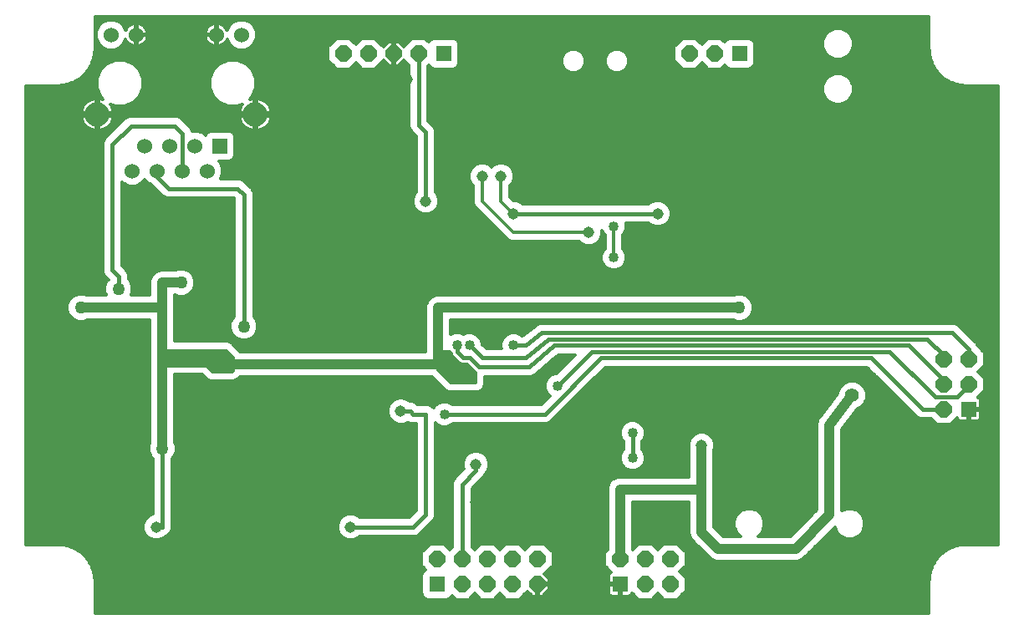
<source format=gbl>
G75*
G70*
%OFA0B0*%
%FSLAX24Y24*%
%IPPOS*%
%LPD*%
%AMOC8*
5,1,8,0,0,1.08239X$1,22.5*
%
%ADD10R,0.0600X0.0600*%
%ADD11C,0.0600*%
%ADD12C,0.0975*%
%ADD13R,0.0640X0.0640*%
%ADD14OC8,0.0640*%
%ADD15C,0.0500*%
%ADD16C,0.0450*%
%ADD17C,0.0400*%
%ADD18C,0.0550*%
%ADD19C,0.0160*%
%ADD20C,0.0400*%
%ADD21C,0.0180*%
%ADD22C,0.0120*%
%ADD23C,0.0240*%
D10*
X014449Y028794D03*
D11*
X013449Y028794D03*
X012449Y028794D03*
X011449Y028794D03*
X010949Y027794D03*
X011949Y027794D03*
X012949Y027794D03*
X013949Y027794D03*
X014299Y033224D03*
X015299Y033224D03*
X011099Y033224D03*
X010099Y033224D03*
D12*
X009549Y030044D03*
X015849Y030044D03*
D13*
X023361Y032475D03*
X035156Y032475D03*
X044302Y018286D03*
X030400Y011305D03*
X023101Y011305D03*
D14*
X024101Y011305D03*
X025101Y011305D03*
X026101Y011305D03*
X027101Y011305D03*
X027101Y012305D03*
X026101Y012305D03*
X025101Y012305D03*
X024101Y012305D03*
X023101Y012305D03*
X030400Y012305D03*
X031400Y012305D03*
X032400Y012305D03*
X032400Y011305D03*
X031400Y011305D03*
X043302Y018286D03*
X043302Y019286D03*
X044302Y019286D03*
X044302Y020286D03*
X043302Y020286D03*
X034156Y032475D03*
X033156Y032475D03*
X022361Y032475D03*
X021361Y032475D03*
X020361Y032475D03*
X019361Y032475D03*
D15*
X012900Y023337D03*
X010400Y023087D03*
X008900Y022337D03*
X014400Y020087D03*
X015400Y021587D03*
X012150Y016712D03*
X035150Y022337D03*
X040804Y023518D03*
X041150Y022337D03*
X042400Y022337D03*
X040410Y029099D03*
D16*
X035926Y033237D03*
X031399Y032261D03*
X029400Y032162D03*
X027474Y032250D03*
X026874Y032110D03*
X026650Y031521D03*
X026650Y030896D03*
X026900Y030271D03*
X027650Y030146D03*
X028328Y030199D03*
X025650Y027587D03*
X024900Y027587D03*
X026150Y026087D03*
X025650Y024837D03*
X024900Y025087D03*
X023650Y025837D03*
X022650Y026587D03*
X020900Y025087D03*
X019650Y023587D03*
X018775Y024337D03*
X021150Y022087D03*
X025900Y024087D03*
X029150Y025337D03*
X031900Y026087D03*
X033400Y025212D03*
X034275Y026087D03*
X033400Y024087D03*
X036650Y019462D03*
X033400Y018087D03*
X032650Y018087D03*
X032900Y019337D03*
X032150Y019337D03*
X031400Y019337D03*
X033650Y016837D03*
X036503Y014141D03*
X038634Y012906D03*
X039544Y012890D03*
X040427Y012992D03*
X040650Y015140D03*
X042400Y017337D03*
X040900Y018837D03*
X036150Y011906D03*
X029400Y012587D03*
X028150Y012587D03*
X024650Y014587D03*
X024650Y016087D03*
X021775Y015337D03*
X020900Y015962D03*
X019525Y015962D03*
X018650Y015087D03*
X018650Y014337D03*
X019650Y013587D03*
X021775Y014337D03*
X017775Y015962D03*
X017775Y016587D03*
X015900Y016587D03*
X015150Y018087D03*
X014400Y019087D03*
X015900Y019087D03*
X014650Y021212D03*
X021650Y018212D03*
X016525Y014337D03*
X017150Y013587D03*
X015150Y015087D03*
X014525Y013462D03*
X011900Y013587D03*
X028900Y016837D03*
X024275Y030337D03*
X021900Y031449D03*
X020900Y031290D03*
X011180Y026983D03*
X008940Y026983D03*
D17*
X008775Y021337D03*
X010525Y020337D03*
X009650Y017337D03*
X008650Y017337D03*
X010650Y015837D03*
X011275Y016712D03*
X013100Y014947D03*
X010525Y014212D03*
X009525Y013837D03*
X019275Y019087D03*
X023400Y020087D03*
X023900Y020837D03*
X024400Y020837D03*
X024150Y019587D03*
X023775Y018712D03*
X023400Y018087D03*
X024525Y018712D03*
X025900Y018837D03*
X026400Y019337D03*
X027900Y019212D03*
X026150Y020837D03*
X030900Y017337D03*
X030900Y016337D03*
X030400Y015087D03*
X037400Y012725D03*
X030150Y024337D03*
X030150Y025587D03*
D18*
X035725Y029721D03*
X035739Y030568D03*
X036905Y029233D03*
X038086Y029725D03*
X038093Y030604D03*
X038017Y033062D03*
X042619Y029427D03*
X044044Y029055D03*
X045071Y029859D03*
X039650Y018837D03*
X044400Y017337D03*
X007400Y017337D03*
X007410Y021667D03*
X007410Y026307D03*
D19*
X022361Y029626D02*
X022650Y029337D01*
X022650Y026587D01*
X026150Y026087D02*
X031900Y026087D01*
X027275Y021337D02*
X043650Y021337D01*
X044302Y020685D01*
X044302Y020286D01*
X043302Y020286D02*
X043302Y020435D01*
X042650Y021087D01*
X027525Y021087D01*
X026650Y020337D01*
X024900Y020337D01*
X024400Y020837D01*
X023900Y020837D02*
X023900Y020962D01*
X023900Y020837D02*
X023900Y020587D01*
X024150Y020337D01*
X024400Y020337D01*
X024775Y019962D01*
X026775Y019962D01*
X027775Y020837D01*
X041900Y020837D01*
X043302Y019435D01*
X043302Y019286D01*
X042900Y018837D02*
X042963Y018774D01*
X043838Y018774D01*
X044302Y019238D01*
X044302Y019286D01*
X043302Y018286D02*
X042451Y018286D01*
X040400Y020337D01*
X029650Y020337D01*
X027400Y018087D01*
X023400Y018087D01*
X026150Y020837D02*
X026650Y020837D01*
X027275Y021337D01*
X029275Y020587D02*
X027900Y019212D01*
X029275Y020587D02*
X041150Y020587D01*
X042900Y018837D01*
X042900Y018837D01*
X030900Y017337D02*
X030900Y016337D01*
X022361Y029626D02*
X022361Y032475D01*
D20*
X012900Y023337D02*
X012150Y023337D01*
X012150Y022337D01*
X012150Y020337D01*
X014150Y020337D01*
X014400Y020087D02*
X023150Y020087D01*
X023150Y022337D01*
X035150Y022337D01*
X039650Y018837D02*
X038741Y017656D01*
X038741Y014065D01*
X037400Y012725D01*
X037401Y012724D01*
X037401Y012724D01*
X034307Y012724D01*
X033650Y013381D01*
X033650Y015087D01*
X030400Y015087D01*
X030400Y012305D01*
X033650Y015087D02*
X033650Y016837D01*
X023400Y020087D02*
X023150Y020087D01*
X012150Y020337D02*
X012150Y016712D01*
X012150Y022337D02*
X008900Y022337D01*
D21*
X010400Y023087D02*
X010400Y023587D01*
X010150Y023837D01*
X010150Y028843D01*
X010900Y029593D01*
X012650Y029593D01*
X012949Y029294D01*
X012949Y027794D01*
X012400Y027093D02*
X011949Y027544D01*
X011949Y027794D01*
X012400Y027093D02*
X015150Y027093D01*
X015400Y026843D01*
X015400Y021587D01*
X021650Y018212D02*
X022025Y018212D01*
X022150Y018087D01*
X022650Y018087D01*
X022650Y014087D01*
X022150Y013587D01*
X019650Y013587D01*
X024101Y012305D02*
X024101Y015288D01*
X024650Y015837D01*
X024650Y016087D01*
X012150Y016712D02*
X012150Y013587D01*
X011900Y013587D01*
D22*
X009456Y011363D02*
X009456Y010137D01*
X042714Y010137D01*
X042714Y011363D01*
X042711Y011373D01*
X042714Y011423D01*
X042714Y011471D01*
X042718Y011481D01*
X042724Y011564D01*
X042720Y011585D01*
X042728Y011622D01*
X042731Y011661D01*
X042741Y011680D01*
X042761Y011771D01*
X042760Y011793D01*
X042773Y011829D01*
X042782Y011866D01*
X042794Y011885D01*
X042827Y011972D01*
X042829Y011994D01*
X042847Y012027D01*
X042861Y012063D01*
X042876Y012079D01*
X042920Y012161D01*
X042926Y012182D01*
X042949Y012213D01*
X042967Y012246D01*
X042984Y012260D01*
X043040Y012335D01*
X043048Y012355D01*
X043075Y012382D01*
X043098Y012413D01*
X043117Y012424D01*
X043183Y012490D01*
X043194Y012509D01*
X043225Y012531D01*
X043252Y012559D01*
X043272Y012567D01*
X043347Y012623D01*
X043361Y012640D01*
X043394Y012658D01*
X043425Y012681D01*
X043446Y012687D01*
X043528Y012731D01*
X043544Y012746D01*
X043580Y012760D01*
X043613Y012778D01*
X043635Y012780D01*
X043722Y012813D01*
X043740Y012825D01*
X043778Y012833D01*
X043814Y012847D01*
X043836Y012846D01*
X043927Y012866D01*
X043946Y012876D01*
X043984Y012878D01*
X044022Y012887D01*
X044043Y012883D01*
X044125Y012889D01*
X044136Y012893D01*
X044184Y012893D01*
X044233Y012896D01*
X044244Y012893D01*
X045470Y012893D01*
X045470Y031190D01*
X044244Y031190D01*
X044233Y031187D01*
X044184Y031190D01*
X044136Y031190D01*
X044125Y031195D01*
X044043Y031200D01*
X044022Y031197D01*
X043984Y031205D01*
X043946Y031207D01*
X043927Y031217D01*
X043836Y031237D01*
X043814Y031236D01*
X043778Y031250D01*
X043740Y031258D01*
X043722Y031270D01*
X043635Y031303D01*
X043613Y031305D01*
X043580Y031324D01*
X043544Y031337D01*
X043528Y031352D01*
X043446Y031397D01*
X043425Y031402D01*
X043394Y031425D01*
X043361Y031443D01*
X043347Y031460D01*
X043272Y031516D01*
X043252Y031525D01*
X043225Y031552D01*
X043194Y031575D01*
X043183Y031593D01*
X043117Y031659D01*
X043098Y031670D01*
X043075Y031701D01*
X043048Y031728D01*
X043040Y031748D01*
X042984Y031823D01*
X042967Y031837D01*
X042949Y031870D01*
X042926Y031901D01*
X042920Y031922D01*
X042876Y032004D01*
X042861Y032020D01*
X042847Y032056D01*
X042829Y032089D01*
X042827Y032111D01*
X042794Y032199D01*
X042782Y032217D01*
X042773Y032254D01*
X042760Y032290D01*
X042761Y032312D01*
X042741Y032403D01*
X042731Y032422D01*
X042728Y032461D01*
X042720Y032498D01*
X042724Y032520D01*
X042718Y032602D01*
X042714Y032612D01*
X042714Y032661D01*
X042711Y032710D01*
X042714Y032720D01*
X042714Y033946D01*
X009456Y033946D01*
X009456Y032720D01*
X009459Y032710D01*
X009456Y032661D01*
X009456Y032612D01*
X009452Y032602D01*
X009446Y032520D01*
X009450Y032498D01*
X009442Y032461D01*
X009439Y032422D01*
X009429Y032403D01*
X009409Y032312D01*
X009410Y032290D01*
X009397Y032254D01*
X009389Y032217D01*
X009376Y032199D01*
X009343Y032111D01*
X009341Y032089D01*
X009323Y032056D01*
X009309Y032020D01*
X009294Y032004D01*
X009250Y031922D01*
X009244Y031901D01*
X009221Y031870D01*
X009203Y031837D01*
X009186Y031823D01*
X009130Y031748D01*
X009122Y031728D01*
X009095Y031701D01*
X009072Y031670D01*
X009053Y031659D01*
X008987Y031593D01*
X008976Y031575D01*
X008945Y031552D01*
X008918Y031525D01*
X008898Y031516D01*
X008823Y031460D01*
X008809Y031443D01*
X008776Y031425D01*
X008745Y031402D01*
X008724Y031397D01*
X008642Y031352D01*
X008626Y031337D01*
X008590Y031324D01*
X008557Y031305D01*
X008535Y031303D01*
X008448Y031270D01*
X008430Y031258D01*
X008392Y031250D01*
X008356Y031236D01*
X008335Y031237D01*
X008243Y031217D01*
X008224Y031207D01*
X008186Y031205D01*
X008148Y031197D01*
X008127Y031200D01*
X008045Y031195D01*
X008034Y031190D01*
X007986Y031190D01*
X007937Y031187D01*
X007926Y031190D01*
X006700Y031190D01*
X006700Y012893D01*
X007926Y012893D01*
X007937Y012896D01*
X007986Y012893D01*
X008034Y012893D01*
X008045Y012889D01*
X008127Y012883D01*
X008148Y012887D01*
X008186Y012878D01*
X008224Y012876D01*
X008243Y012866D01*
X008335Y012846D01*
X008356Y012847D01*
X008392Y012833D01*
X008430Y012825D01*
X008448Y012813D01*
X008535Y012780D01*
X008557Y012778D01*
X008590Y012760D01*
X008626Y012746D01*
X008642Y012731D01*
X008724Y012687D01*
X008745Y012681D01*
X008776Y012658D01*
X008809Y012640D01*
X008823Y012623D01*
X008898Y012567D01*
X008918Y012559D01*
X008945Y012531D01*
X008976Y012509D01*
X008987Y012490D01*
X009053Y012424D01*
X009072Y012413D01*
X009095Y012382D01*
X009122Y012355D01*
X009130Y012335D01*
X009186Y012260D01*
X009203Y012246D01*
X009221Y012213D01*
X009244Y012182D01*
X009250Y012161D01*
X009294Y012079D01*
X009309Y012063D01*
X009323Y012027D01*
X009341Y011994D01*
X009343Y011972D01*
X009376Y011885D01*
X009389Y011866D01*
X009397Y011829D01*
X009410Y011793D01*
X009409Y011771D01*
X009429Y011680D01*
X009439Y011661D01*
X009442Y011622D01*
X009450Y011585D01*
X009446Y011564D01*
X009452Y011481D01*
X009456Y011471D01*
X009456Y011423D01*
X009459Y011373D01*
X009456Y011363D01*
X009459Y011378D02*
X022481Y011378D01*
X022481Y011496D02*
X009451Y011496D01*
X009443Y011615D02*
X022481Y011615D01*
X022481Y011685D02*
X022481Y010926D01*
X022526Y010815D01*
X022611Y010731D01*
X022721Y010685D01*
X023480Y010685D01*
X023591Y010731D01*
X023675Y010815D01*
X023686Y010843D01*
X023844Y010685D01*
X024358Y010685D01*
X024601Y010929D01*
X024844Y010685D01*
X025358Y010685D01*
X025601Y010929D01*
X025844Y010685D01*
X026358Y010685D01*
X026700Y011028D01*
X026902Y010825D01*
X027061Y010825D01*
X027061Y011265D01*
X027141Y011265D01*
X027141Y010825D01*
X027300Y010825D01*
X027581Y011107D01*
X027581Y011265D01*
X027141Y011265D01*
X027141Y011345D01*
X027581Y011345D01*
X027581Y011504D01*
X027379Y011706D01*
X027721Y012049D01*
X027721Y012562D01*
X027358Y012925D01*
X026844Y012925D01*
X026601Y012682D01*
X026358Y012925D01*
X025844Y012925D01*
X025601Y012682D01*
X025358Y012925D01*
X024844Y012925D01*
X024601Y012682D01*
X024491Y012792D01*
X024491Y015126D01*
X024871Y015506D01*
X024981Y015616D01*
X025022Y015717D01*
X025095Y015789D01*
X025175Y015982D01*
X025175Y016191D01*
X025095Y016384D01*
X024947Y016532D01*
X024754Y016612D01*
X024546Y016612D01*
X024353Y016532D01*
X024205Y016384D01*
X024125Y016191D01*
X024125Y015982D01*
X024160Y015898D01*
X023770Y015509D01*
X023711Y015365D01*
X023711Y015210D01*
X023711Y012792D01*
X023601Y012682D01*
X023358Y012925D01*
X022844Y012925D01*
X022481Y012562D01*
X022481Y012049D01*
X022638Y011891D01*
X022611Y011880D01*
X022526Y011795D01*
X022481Y011685D01*
X022501Y011734D02*
X009417Y011734D01*
X009392Y011852D02*
X022583Y011852D01*
X022559Y011971D02*
X009344Y011971D01*
X009289Y012089D02*
X022481Y012089D01*
X022481Y012208D02*
X009225Y012208D01*
X009136Y012326D02*
X022481Y012326D01*
X022481Y012445D02*
X009032Y012445D01*
X008907Y012563D02*
X022482Y012563D01*
X022601Y012682D02*
X008742Y012682D01*
X008481Y012800D02*
X022719Y012800D01*
X022838Y012919D02*
X006700Y012919D01*
X006700Y013038D02*
X023711Y013038D01*
X023711Y013156D02*
X019962Y013156D01*
X019947Y013142D02*
X020002Y013197D01*
X022228Y013197D01*
X022371Y013256D01*
X022481Y013366D01*
X022981Y013866D01*
X023040Y014009D01*
X023040Y014164D01*
X023040Y017740D01*
X023117Y017663D01*
X023301Y017587D01*
X023499Y017587D01*
X023683Y017663D01*
X023727Y017707D01*
X027324Y017707D01*
X027476Y017707D01*
X027615Y017765D01*
X029807Y019957D01*
X040243Y019957D01*
X042236Y017964D01*
X042376Y017906D01*
X042527Y017906D01*
X042805Y017906D01*
X043045Y017666D01*
X043558Y017666D01*
X043825Y017932D01*
X043832Y017904D01*
X043854Y017867D01*
X043883Y017838D01*
X043920Y017817D01*
X043960Y017806D01*
X044261Y017806D01*
X044261Y018245D01*
X044342Y018245D01*
X044342Y017806D01*
X044643Y017806D01*
X044683Y017817D01*
X044720Y017838D01*
X044750Y017867D01*
X044771Y017904D01*
X044782Y017945D01*
X044782Y018246D01*
X044342Y018246D01*
X044342Y018326D01*
X044782Y018326D01*
X044782Y018627D01*
X044771Y018667D01*
X044750Y018704D01*
X044720Y018734D01*
X044683Y018755D01*
X044655Y018762D01*
X044922Y019029D01*
X044922Y019542D01*
X044678Y019786D01*
X044922Y020029D01*
X044922Y020542D01*
X044666Y020798D01*
X044624Y020901D01*
X043865Y021659D01*
X043726Y021717D01*
X043574Y021717D01*
X027296Y021717D01*
X027242Y021723D01*
X027221Y021717D01*
X027199Y021717D01*
X027149Y021696D01*
X027097Y021681D01*
X027080Y021667D01*
X027060Y021659D01*
X027021Y021620D01*
X026517Y021217D01*
X026477Y021217D01*
X026433Y021261D01*
X026249Y021337D01*
X026051Y021337D01*
X025867Y021261D01*
X025726Y021120D01*
X025650Y020936D01*
X025650Y020737D01*
X025659Y020717D01*
X025057Y020717D01*
X024900Y020874D01*
X024900Y020936D01*
X024824Y021120D01*
X024683Y021261D01*
X024499Y021337D01*
X024301Y021337D01*
X024150Y021274D01*
X023999Y021337D01*
X023988Y021337D01*
X023976Y021342D01*
X023824Y021342D01*
X023812Y021337D01*
X023801Y021337D01*
X023650Y021274D01*
X023650Y021837D01*
X034920Y021837D01*
X035041Y021787D01*
X035259Y021787D01*
X035462Y021871D01*
X035616Y022025D01*
X035700Y022227D01*
X035700Y022446D01*
X035616Y022648D01*
X035462Y022803D01*
X035259Y022887D01*
X035041Y022887D01*
X034920Y022837D01*
X023051Y022837D01*
X022867Y022761D01*
X022726Y022620D01*
X022650Y022436D01*
X022650Y022237D01*
X022650Y020587D01*
X015244Y020587D01*
X015138Y020693D01*
X014888Y020943D01*
X014734Y021007D01*
X014566Y021007D01*
X012650Y021007D01*
X012650Y022436D01*
X012650Y022837D01*
X012670Y022837D01*
X012791Y022787D01*
X013009Y022787D01*
X013212Y022871D01*
X013366Y023025D01*
X013450Y023227D01*
X013450Y023446D01*
X013366Y023648D01*
X013212Y023803D01*
X013009Y023887D01*
X012791Y023887D01*
X012670Y023837D01*
X012249Y023837D01*
X012051Y023837D01*
X011867Y023761D01*
X011726Y023620D01*
X011650Y023436D01*
X011650Y022837D01*
X010892Y022837D01*
X010950Y022977D01*
X010950Y023196D01*
X010866Y023398D01*
X010790Y023475D01*
X010790Y023664D01*
X010731Y023808D01*
X010621Y023917D01*
X010540Y023998D01*
X010540Y027354D01*
X010609Y027285D01*
X010830Y027194D01*
X011069Y027194D01*
X011289Y027285D01*
X011449Y027445D01*
X011609Y027285D01*
X011690Y027252D01*
X012179Y026762D01*
X012322Y026703D01*
X012478Y026703D01*
X014988Y026703D01*
X015010Y026681D01*
X015010Y021975D01*
X014934Y021898D01*
X014850Y021696D01*
X014850Y021477D01*
X014934Y021275D01*
X015088Y021121D01*
X015291Y021037D01*
X015509Y021037D01*
X015712Y021121D01*
X015866Y021275D01*
X015950Y021477D01*
X015950Y021696D01*
X015866Y021898D01*
X015790Y021975D01*
X015790Y026765D01*
X015790Y026920D01*
X015731Y027064D01*
X015371Y027423D01*
X015228Y027483D01*
X015072Y027483D01*
X014470Y027483D01*
X014549Y027674D01*
X014549Y027913D01*
X014458Y028133D01*
X014398Y028194D01*
X014809Y028194D01*
X014919Y028239D01*
X015004Y028324D01*
X015049Y028434D01*
X015049Y029153D01*
X015004Y029263D01*
X014919Y029348D01*
X014809Y029394D01*
X014089Y029394D01*
X013979Y029348D01*
X013895Y029263D01*
X013875Y029216D01*
X013789Y029302D01*
X013569Y029394D01*
X013330Y029394D01*
X013280Y029514D01*
X012871Y029923D01*
X012728Y029983D01*
X012572Y029983D01*
X010978Y029983D01*
X010822Y029983D01*
X010679Y029923D01*
X009929Y029173D01*
X009819Y029064D01*
X009760Y028920D01*
X009760Y023914D01*
X009760Y023759D01*
X009819Y023616D01*
X009985Y023450D01*
X009934Y023398D01*
X009850Y023196D01*
X009850Y022977D01*
X009908Y022837D01*
X009130Y022837D01*
X009009Y022887D01*
X008791Y022887D01*
X008588Y022803D01*
X008434Y022648D01*
X008350Y022446D01*
X008350Y022227D01*
X008434Y022025D01*
X008588Y021871D01*
X008791Y021787D01*
X009009Y021787D01*
X009130Y021837D01*
X011650Y021837D01*
X011650Y020436D01*
X011650Y020237D01*
X011650Y016942D01*
X011600Y016821D01*
X011600Y016602D01*
X011684Y016400D01*
X011760Y016324D01*
X011760Y014097D01*
X011603Y014032D01*
X011455Y013884D01*
X011375Y013691D01*
X011375Y013482D01*
X011455Y013289D01*
X011603Y013142D01*
X011796Y013062D01*
X012004Y013062D01*
X012197Y013142D01*
X012270Y013214D01*
X012371Y013256D01*
X012481Y013366D01*
X012540Y013509D01*
X012540Y016324D01*
X012616Y016400D01*
X012700Y016602D01*
X012700Y016821D01*
X012650Y016942D01*
X012650Y019667D01*
X013726Y019667D01*
X013912Y019481D01*
X014066Y019417D01*
X014234Y019417D01*
X014984Y019417D01*
X015138Y019481D01*
X015244Y019587D01*
X022891Y019587D01*
X023446Y019032D01*
X023578Y018977D01*
X023722Y018977D01*
X024722Y018977D01*
X024854Y019032D01*
X024955Y019133D01*
X025010Y019265D01*
X025010Y019408D01*
X025010Y019582D01*
X026762Y019582D01*
X026825Y019578D01*
X026837Y019582D01*
X026851Y019582D01*
X026909Y019606D01*
X026968Y019626D01*
X026978Y019635D01*
X026990Y019640D01*
X027035Y019684D01*
X027918Y020457D01*
X028608Y020457D01*
X027863Y019712D01*
X027801Y019712D01*
X027617Y019636D01*
X027476Y019495D01*
X027400Y019311D01*
X027400Y019112D01*
X027476Y018929D01*
X027590Y018814D01*
X027243Y018467D01*
X023727Y018467D01*
X023683Y018511D01*
X023499Y018587D01*
X023301Y018587D01*
X023117Y018511D01*
X022976Y018370D01*
X022959Y018329D01*
X022871Y018417D01*
X022728Y018477D01*
X022572Y018477D01*
X022312Y018477D01*
X022246Y018542D01*
X022103Y018602D01*
X022002Y018602D01*
X021947Y018657D01*
X021754Y018737D01*
X021546Y018737D01*
X021353Y018657D01*
X021205Y018509D01*
X021125Y018316D01*
X021125Y018107D01*
X021205Y017914D01*
X021353Y017767D01*
X021546Y017687D01*
X021754Y017687D01*
X021927Y017758D01*
X021929Y017756D01*
X022072Y017697D01*
X022260Y017697D01*
X022260Y014248D01*
X021988Y013977D01*
X020002Y013977D01*
X019947Y014032D01*
X019754Y014112D01*
X019546Y014112D01*
X019353Y014032D01*
X019205Y013884D01*
X019125Y013691D01*
X019125Y013482D01*
X019205Y013289D01*
X019353Y013142D01*
X019546Y013062D01*
X019754Y013062D01*
X019947Y013142D01*
X019338Y013156D02*
X012212Y013156D01*
X012389Y013275D02*
X019220Y013275D01*
X019162Y013393D02*
X012492Y013393D01*
X012540Y013512D02*
X019125Y013512D01*
X019125Y013630D02*
X012540Y013630D01*
X012540Y013749D02*
X019149Y013749D01*
X019198Y013867D02*
X012540Y013867D01*
X012540Y013986D02*
X019307Y013986D01*
X019528Y014104D02*
X012540Y014104D01*
X012540Y014223D02*
X022235Y014223D01*
X022260Y014341D02*
X012540Y014341D01*
X012540Y014460D02*
X022260Y014460D01*
X022260Y014579D02*
X012540Y014579D01*
X012540Y014697D02*
X022260Y014697D01*
X022260Y014816D02*
X012540Y014816D01*
X012540Y014934D02*
X022260Y014934D01*
X022260Y015053D02*
X012540Y015053D01*
X012540Y015171D02*
X022260Y015171D01*
X022260Y015290D02*
X012540Y015290D01*
X012540Y015408D02*
X022260Y015408D01*
X022260Y015527D02*
X012540Y015527D01*
X012540Y015645D02*
X022260Y015645D01*
X022260Y015764D02*
X012540Y015764D01*
X012540Y015883D02*
X022260Y015883D01*
X022260Y016001D02*
X012540Y016001D01*
X012540Y016120D02*
X022260Y016120D01*
X022260Y016238D02*
X012540Y016238D01*
X012573Y016357D02*
X022260Y016357D01*
X022260Y016475D02*
X012647Y016475D01*
X012696Y016594D02*
X022260Y016594D01*
X022260Y016712D02*
X012700Y016712D01*
X012696Y016831D02*
X022260Y016831D01*
X022260Y016949D02*
X012650Y016949D01*
X012650Y017068D02*
X022260Y017068D01*
X022260Y017187D02*
X012650Y017187D01*
X012650Y017305D02*
X022260Y017305D01*
X022260Y017424D02*
X012650Y017424D01*
X012650Y017542D02*
X022260Y017542D01*
X022260Y017661D02*
X012650Y017661D01*
X012650Y017779D02*
X021340Y017779D01*
X021222Y017898D02*
X012650Y017898D01*
X012650Y018016D02*
X021163Y018016D01*
X021125Y018135D02*
X012650Y018135D01*
X012650Y018253D02*
X021125Y018253D01*
X021148Y018372D02*
X012650Y018372D01*
X012650Y018491D02*
X021197Y018491D01*
X021305Y018609D02*
X012650Y018609D01*
X012650Y018728D02*
X021523Y018728D01*
X021777Y018728D02*
X027503Y018728D01*
X027559Y018846D02*
X012650Y018846D01*
X012650Y018965D02*
X027461Y018965D01*
X027412Y019083D02*
X024905Y019083D01*
X024984Y019202D02*
X027400Y019202D01*
X027404Y019320D02*
X025010Y019320D01*
X025010Y019439D02*
X027453Y019439D01*
X027538Y019557D02*
X025010Y019557D01*
X024650Y019557D02*
X023429Y019557D01*
X023311Y019676D02*
X024650Y019676D01*
X024650Y019732D02*
X024650Y019337D01*
X023650Y019337D01*
X023150Y019837D01*
X023150Y020587D01*
X023613Y020587D01*
X023640Y020559D01*
X023640Y020535D01*
X023680Y020440D01*
X023930Y020190D01*
X024003Y020116D01*
X024098Y020077D01*
X024292Y020077D01*
X024555Y019815D01*
X024628Y019741D01*
X024650Y019732D01*
X024575Y019794D02*
X023192Y019794D01*
X023150Y019913D02*
X024456Y019913D01*
X024338Y020032D02*
X023150Y020032D01*
X023150Y020150D02*
X023969Y020150D01*
X023850Y020269D02*
X023150Y020269D01*
X023150Y020387D02*
X023732Y020387D01*
X023652Y020506D02*
X023150Y020506D01*
X022650Y020624D02*
X015206Y020624D01*
X015088Y020743D02*
X022650Y020743D01*
X022650Y020861D02*
X014969Y020861D01*
X014798Y020980D02*
X022650Y020980D01*
X022650Y021098D02*
X015658Y021098D01*
X015808Y021217D02*
X022650Y021217D01*
X022650Y021336D02*
X015891Y021336D01*
X015940Y021454D02*
X022650Y021454D01*
X022650Y021573D02*
X015950Y021573D01*
X015950Y021691D02*
X022650Y021691D01*
X022650Y021810D02*
X015903Y021810D01*
X015836Y021928D02*
X022650Y021928D01*
X022650Y022047D02*
X015790Y022047D01*
X015790Y022165D02*
X022650Y022165D01*
X022650Y022284D02*
X015790Y022284D01*
X015790Y022402D02*
X022650Y022402D01*
X022685Y022521D02*
X015790Y022521D01*
X015790Y022640D02*
X022746Y022640D01*
X022864Y022758D02*
X015790Y022758D01*
X015790Y022877D02*
X035016Y022877D01*
X035284Y022877D02*
X045470Y022877D01*
X045470Y022995D02*
X015790Y022995D01*
X015790Y023114D02*
X045470Y023114D01*
X045470Y023232D02*
X015790Y023232D01*
X015790Y023351D02*
X045470Y023351D01*
X045470Y023469D02*
X015790Y023469D01*
X015790Y023588D02*
X045470Y023588D01*
X045470Y023706D02*
X015790Y023706D01*
X015790Y023825D02*
X045470Y023825D01*
X045470Y023944D02*
X030464Y023944D01*
X030433Y023913D02*
X030574Y024054D01*
X030650Y024237D01*
X030650Y024436D01*
X030574Y024620D01*
X030510Y024684D01*
X030510Y025240D01*
X030574Y025304D01*
X030650Y025487D01*
X030650Y025686D01*
X030641Y025707D01*
X031538Y025707D01*
X031603Y025642D01*
X031796Y025562D01*
X032004Y025562D01*
X032197Y025642D01*
X032345Y025789D01*
X032425Y025982D01*
X032425Y026191D01*
X032345Y026384D01*
X032197Y026532D01*
X032004Y026612D01*
X031796Y026612D01*
X031603Y026532D01*
X031538Y026467D01*
X026512Y026467D01*
X026447Y026532D01*
X026254Y026612D01*
X026134Y026612D01*
X026010Y026736D01*
X026010Y027204D01*
X026095Y027289D01*
X026175Y027482D01*
X026175Y027691D01*
X026095Y027884D01*
X025947Y028032D01*
X025754Y028112D01*
X025546Y028112D01*
X025353Y028032D01*
X025275Y027954D01*
X025197Y028032D01*
X025004Y028112D01*
X024796Y028112D01*
X024603Y028032D01*
X024455Y027884D01*
X024375Y027691D01*
X024375Y027482D01*
X024455Y027289D01*
X024540Y027204D01*
X024540Y026515D01*
X024595Y026383D01*
X024696Y026282D01*
X025946Y025032D01*
X026078Y024977D01*
X026222Y024977D01*
X028768Y024977D01*
X028853Y024892D01*
X029046Y024812D01*
X029254Y024812D01*
X029447Y024892D01*
X029595Y025039D01*
X029675Y025232D01*
X029675Y025427D01*
X029726Y025304D01*
X029790Y025240D01*
X029790Y024684D01*
X029726Y024620D01*
X029650Y024436D01*
X029650Y024237D01*
X029726Y024054D01*
X029867Y023913D01*
X030051Y023837D01*
X030249Y023837D01*
X030433Y023913D01*
X030577Y024062D02*
X045470Y024062D01*
X045470Y024181D02*
X030626Y024181D01*
X030650Y024299D02*
X045470Y024299D01*
X045470Y024418D02*
X030650Y024418D01*
X030609Y024536D02*
X045470Y024536D01*
X045470Y024655D02*
X030539Y024655D01*
X030510Y024773D02*
X045470Y024773D01*
X045470Y024892D02*
X030510Y024892D01*
X030510Y025010D02*
X045470Y025010D01*
X045470Y025129D02*
X030510Y025129D01*
X030518Y025247D02*
X045470Y025247D01*
X045470Y025366D02*
X030600Y025366D01*
X030649Y025485D02*
X045470Y025485D01*
X045470Y025603D02*
X032104Y025603D01*
X032277Y025722D02*
X045470Y025722D01*
X045470Y025840D02*
X032366Y025840D01*
X032415Y025959D02*
X045470Y025959D01*
X045470Y026077D02*
X032425Y026077D01*
X032423Y026196D02*
X045470Y026196D01*
X045470Y026314D02*
X032374Y026314D01*
X032296Y026433D02*
X045470Y026433D01*
X045470Y026551D02*
X032150Y026551D01*
X031650Y026551D02*
X026400Y026551D01*
X026076Y026670D02*
X045470Y026670D01*
X045470Y026789D02*
X026010Y026789D01*
X026010Y026907D02*
X045470Y026907D01*
X045470Y027026D02*
X026010Y027026D01*
X026010Y027144D02*
X045470Y027144D01*
X045470Y027263D02*
X026068Y027263D01*
X026133Y027381D02*
X045470Y027381D01*
X045470Y027500D02*
X026175Y027500D01*
X026175Y027618D02*
X045470Y027618D01*
X045470Y027737D02*
X026156Y027737D01*
X026107Y027855D02*
X045470Y027855D01*
X045470Y027974D02*
X026005Y027974D01*
X025801Y028093D02*
X045470Y028093D01*
X045470Y028211D02*
X023030Y028211D01*
X023030Y028093D02*
X024749Y028093D01*
X024545Y027974D02*
X023030Y027974D01*
X023030Y027855D02*
X024443Y027855D01*
X024394Y027737D02*
X023030Y027737D01*
X023030Y027618D02*
X024375Y027618D01*
X024375Y027500D02*
X023030Y027500D01*
X023030Y027381D02*
X024417Y027381D01*
X024482Y027263D02*
X023030Y027263D01*
X023030Y027144D02*
X024540Y027144D01*
X024540Y027026D02*
X023030Y027026D01*
X023030Y026949D02*
X023030Y029261D01*
X023030Y029412D01*
X022972Y029552D01*
X022741Y029784D01*
X022741Y031978D01*
X022775Y032012D01*
X022786Y031985D01*
X022871Y031900D01*
X022981Y031855D01*
X023740Y031855D01*
X023851Y031900D01*
X023935Y031985D01*
X023981Y032095D01*
X023981Y032854D01*
X023935Y032965D01*
X023851Y033049D01*
X023740Y033095D01*
X022981Y033095D01*
X022871Y033049D01*
X022786Y032965D01*
X022775Y032937D01*
X022617Y033095D01*
X022104Y033095D01*
X021762Y032752D01*
X021559Y032955D01*
X021401Y032955D01*
X021401Y032515D01*
X021321Y032515D01*
X021321Y032955D01*
X021162Y032955D01*
X020960Y032752D01*
X020617Y033095D01*
X020104Y033095D01*
X019861Y032851D01*
X019617Y033095D01*
X019104Y033095D01*
X018741Y032731D01*
X018741Y032218D01*
X019104Y031855D01*
X019617Y031855D01*
X019861Y032098D01*
X020104Y031855D01*
X020617Y031855D01*
X020960Y032197D01*
X021162Y031995D01*
X021321Y031995D01*
X021321Y032434D01*
X021401Y032434D01*
X021401Y031995D01*
X021559Y031995D01*
X021762Y032197D01*
X021981Y031978D01*
X021981Y029702D01*
X021981Y029551D01*
X022038Y029411D01*
X022270Y029179D01*
X022270Y026949D01*
X022205Y026884D01*
X022125Y026691D01*
X022125Y026482D01*
X022205Y026289D01*
X022353Y026142D01*
X022546Y026062D01*
X022754Y026062D01*
X022947Y026142D01*
X023095Y026289D01*
X023175Y026482D01*
X023175Y026691D01*
X023095Y026884D01*
X023030Y026949D01*
X023072Y026907D02*
X024540Y026907D01*
X024540Y026789D02*
X023135Y026789D01*
X023175Y026670D02*
X024540Y026670D01*
X024540Y026551D02*
X023175Y026551D01*
X023154Y026433D02*
X024574Y026433D01*
X024663Y026314D02*
X023105Y026314D01*
X023001Y026196D02*
X024782Y026196D01*
X024900Y026077D02*
X022792Y026077D01*
X022508Y026077D02*
X015790Y026077D01*
X015790Y025959D02*
X025019Y025959D01*
X025138Y025840D02*
X015790Y025840D01*
X015790Y025722D02*
X025256Y025722D01*
X025375Y025603D02*
X015790Y025603D01*
X015790Y025485D02*
X025493Y025485D01*
X025612Y025366D02*
X015790Y025366D01*
X015790Y025247D02*
X025730Y025247D01*
X025849Y025129D02*
X015790Y025129D01*
X015790Y025010D02*
X025997Y025010D01*
X026150Y025337D02*
X024900Y026587D01*
X024900Y027587D01*
X025255Y027974D02*
X025295Y027974D01*
X025499Y028093D02*
X025051Y028093D01*
X025650Y027587D02*
X025650Y026587D01*
X026150Y026087D01*
X026150Y025337D02*
X029150Y025337D01*
X029632Y025129D02*
X029790Y025129D01*
X029790Y025010D02*
X029566Y025010D01*
X029447Y024892D02*
X029790Y024892D01*
X029790Y024773D02*
X015790Y024773D01*
X015790Y024655D02*
X029761Y024655D01*
X029691Y024536D02*
X015790Y024536D01*
X015790Y024418D02*
X029650Y024418D01*
X029650Y024299D02*
X015790Y024299D01*
X015790Y024181D02*
X029674Y024181D01*
X029723Y024062D02*
X015790Y024062D01*
X015790Y023944D02*
X029836Y023944D01*
X030150Y024337D02*
X030150Y025587D01*
X030650Y025603D02*
X031696Y025603D01*
X029782Y025247D02*
X029675Y025247D01*
X029675Y025366D02*
X029700Y025366D01*
X028853Y024892D02*
X015790Y024892D01*
X015010Y024892D02*
X010540Y024892D01*
X010540Y025010D02*
X015010Y025010D01*
X015010Y025129D02*
X010540Y025129D01*
X010540Y025247D02*
X015010Y025247D01*
X015010Y025366D02*
X010540Y025366D01*
X010540Y025485D02*
X015010Y025485D01*
X015010Y025603D02*
X010540Y025603D01*
X010540Y025722D02*
X015010Y025722D01*
X015010Y025840D02*
X010540Y025840D01*
X010540Y025959D02*
X015010Y025959D01*
X015010Y026077D02*
X010540Y026077D01*
X010540Y026196D02*
X015010Y026196D01*
X015010Y026314D02*
X010540Y026314D01*
X010540Y026433D02*
X015010Y026433D01*
X015010Y026551D02*
X010540Y026551D01*
X010540Y026670D02*
X015010Y026670D01*
X015790Y026670D02*
X022125Y026670D01*
X022125Y026551D02*
X015790Y026551D01*
X015790Y026433D02*
X022145Y026433D01*
X022195Y026314D02*
X015790Y026314D01*
X015790Y026196D02*
X022299Y026196D01*
X022165Y026789D02*
X015790Y026789D01*
X015790Y026907D02*
X022228Y026907D01*
X022270Y027026D02*
X015746Y027026D01*
X015650Y027144D02*
X022270Y027144D01*
X022270Y027263D02*
X015532Y027263D01*
X015413Y027381D02*
X022270Y027381D01*
X022270Y027500D02*
X014477Y027500D01*
X014526Y027618D02*
X022270Y027618D01*
X022270Y027737D02*
X014549Y027737D01*
X014549Y027855D02*
X022270Y027855D01*
X022270Y027974D02*
X014524Y027974D01*
X014475Y028093D02*
X022270Y028093D01*
X022270Y028211D02*
X014851Y028211D01*
X015006Y028330D02*
X022270Y028330D01*
X022270Y028448D02*
X015049Y028448D01*
X015049Y028567D02*
X022270Y028567D01*
X022270Y028685D02*
X015049Y028685D01*
X015049Y028804D02*
X022270Y028804D01*
X022270Y028922D02*
X015049Y028922D01*
X015049Y029041D02*
X022270Y029041D01*
X022270Y029159D02*
X015047Y029159D01*
X014989Y029278D02*
X022171Y029278D01*
X022053Y029396D02*
X013329Y029396D01*
X013279Y029515D02*
X015474Y029515D01*
X015489Y029504D02*
X015562Y029462D01*
X015641Y029429D01*
X015723Y029407D01*
X015789Y029398D01*
X015789Y029983D01*
X015909Y029983D01*
X015909Y029398D01*
X015976Y029407D01*
X016058Y029429D01*
X016136Y029462D01*
X016210Y029504D01*
X016277Y029556D01*
X016337Y029616D01*
X016389Y029683D01*
X016431Y029757D01*
X016464Y029835D01*
X016486Y029917D01*
X016494Y029984D01*
X015909Y029984D01*
X015909Y030103D01*
X016494Y030103D01*
X016486Y030170D01*
X016464Y030252D01*
X016431Y030331D01*
X016389Y030404D01*
X016337Y030471D01*
X016277Y030531D01*
X016210Y030583D01*
X016136Y030626D01*
X016058Y030658D01*
X015976Y030680D01*
X015909Y030689D01*
X015909Y030104D01*
X015789Y030104D01*
X015789Y030689D01*
X015723Y030680D01*
X015641Y030658D01*
X015620Y030650D01*
X015738Y030767D01*
X015879Y031109D01*
X015879Y031479D01*
X015738Y031820D01*
X015476Y032082D01*
X015134Y032224D01*
X014764Y032224D01*
X014422Y032082D01*
X014161Y031820D01*
X014019Y031479D01*
X014019Y031109D01*
X014161Y030767D01*
X014422Y030505D01*
X014764Y030364D01*
X015134Y030364D01*
X015346Y030451D01*
X015310Y030404D01*
X015267Y030331D01*
X015235Y030252D01*
X015213Y030170D01*
X015204Y030103D01*
X015789Y030103D01*
X015789Y029984D01*
X015204Y029984D01*
X015213Y029917D01*
X015235Y029835D01*
X015267Y029757D01*
X015310Y029683D01*
X015361Y029616D01*
X015421Y029556D01*
X015489Y029504D01*
X015348Y029634D02*
X013161Y029634D01*
X013042Y029752D02*
X015270Y029752D01*
X015225Y029871D02*
X012924Y029871D01*
X013813Y029278D02*
X013909Y029278D01*
X015205Y030108D02*
X010194Y030108D01*
X010194Y030103D02*
X010186Y030170D01*
X010164Y030252D01*
X010131Y030331D01*
X010089Y030404D01*
X010052Y030451D01*
X010264Y030364D01*
X010634Y030364D01*
X010976Y030505D01*
X011238Y030767D01*
X011379Y031109D01*
X011379Y031479D01*
X011238Y031820D01*
X010976Y032082D01*
X010634Y032224D01*
X010264Y032224D01*
X009922Y032082D01*
X009661Y031820D01*
X009519Y031479D01*
X009519Y031109D01*
X009661Y030767D01*
X009778Y030650D01*
X009758Y030658D01*
X009676Y030680D01*
X009609Y030689D01*
X009609Y030104D01*
X009489Y030104D01*
X009489Y030689D01*
X009423Y030680D01*
X009341Y030658D01*
X009262Y030626D01*
X009189Y030583D01*
X009121Y030531D01*
X009061Y030471D01*
X009010Y030404D01*
X008967Y030331D01*
X008935Y030252D01*
X008913Y030170D01*
X008904Y030103D01*
X009489Y030103D01*
X009489Y029984D01*
X008904Y029984D01*
X008913Y029917D01*
X008935Y029835D01*
X008967Y029757D01*
X009010Y029683D01*
X009061Y029616D01*
X009121Y029556D01*
X009189Y029504D01*
X009262Y029462D01*
X009341Y029429D01*
X009423Y029407D01*
X009489Y029398D01*
X009489Y029983D01*
X009609Y029983D01*
X009609Y029398D01*
X009676Y029407D01*
X009758Y029429D01*
X009836Y029462D01*
X009910Y029504D01*
X009977Y029556D01*
X010037Y029616D01*
X010089Y029683D01*
X010131Y029757D01*
X010164Y029835D01*
X010186Y029917D01*
X010194Y029984D01*
X009609Y029984D01*
X009609Y030103D01*
X010194Y030103D01*
X010171Y030226D02*
X015228Y030226D01*
X015276Y030345D02*
X010123Y030345D01*
X010173Y029871D02*
X010626Y029871D01*
X010508Y029752D02*
X010129Y029752D01*
X010051Y029634D02*
X010389Y029634D01*
X010271Y029515D02*
X009924Y029515D01*
X010152Y029396D02*
X006700Y029396D01*
X006700Y029278D02*
X010034Y029278D01*
X009915Y029159D02*
X006700Y029159D01*
X006700Y029041D02*
X009810Y029041D01*
X009761Y028922D02*
X006700Y028922D01*
X006700Y028804D02*
X009760Y028804D01*
X009760Y028685D02*
X006700Y028685D01*
X006700Y028567D02*
X009760Y028567D01*
X009760Y028448D02*
X006700Y028448D01*
X006700Y028330D02*
X009760Y028330D01*
X009760Y028211D02*
X006700Y028211D01*
X006700Y028093D02*
X009760Y028093D01*
X009760Y027974D02*
X006700Y027974D01*
X006700Y027855D02*
X009760Y027855D01*
X009760Y027737D02*
X006700Y027737D01*
X006700Y027618D02*
X009760Y027618D01*
X009760Y027500D02*
X006700Y027500D01*
X006700Y027381D02*
X009760Y027381D01*
X009760Y027263D02*
X006700Y027263D01*
X006700Y027144D02*
X009760Y027144D01*
X009760Y027026D02*
X006700Y027026D01*
X006700Y026907D02*
X009760Y026907D01*
X009760Y026789D02*
X006700Y026789D01*
X006700Y026670D02*
X009760Y026670D01*
X009760Y026551D02*
X006700Y026551D01*
X006700Y026433D02*
X009760Y026433D01*
X009760Y026314D02*
X006700Y026314D01*
X006700Y026196D02*
X009760Y026196D01*
X009760Y026077D02*
X006700Y026077D01*
X006700Y025959D02*
X009760Y025959D01*
X009760Y025840D02*
X006700Y025840D01*
X006700Y025722D02*
X009760Y025722D01*
X009760Y025603D02*
X006700Y025603D01*
X006700Y025485D02*
X009760Y025485D01*
X009760Y025366D02*
X006700Y025366D01*
X006700Y025247D02*
X009760Y025247D01*
X009760Y025129D02*
X006700Y025129D01*
X006700Y025010D02*
X009760Y025010D01*
X009760Y024892D02*
X006700Y024892D01*
X006700Y024773D02*
X009760Y024773D01*
X009760Y024655D02*
X006700Y024655D01*
X006700Y024536D02*
X009760Y024536D01*
X009760Y024418D02*
X006700Y024418D01*
X006700Y024299D02*
X009760Y024299D01*
X009760Y024181D02*
X006700Y024181D01*
X006700Y024062D02*
X009760Y024062D01*
X009760Y023944D02*
X006700Y023944D01*
X006700Y023825D02*
X009760Y023825D01*
X009782Y023706D02*
X006700Y023706D01*
X006700Y023588D02*
X009847Y023588D01*
X009966Y023469D02*
X006700Y023469D01*
X006700Y023351D02*
X009914Y023351D01*
X009865Y023232D02*
X006700Y023232D01*
X006700Y023114D02*
X009850Y023114D01*
X009850Y022995D02*
X006700Y022995D01*
X006700Y022877D02*
X008766Y022877D01*
X008543Y022758D02*
X006700Y022758D01*
X006700Y022640D02*
X008430Y022640D01*
X008381Y022521D02*
X006700Y022521D01*
X006700Y022402D02*
X008350Y022402D01*
X008350Y022284D02*
X006700Y022284D01*
X006700Y022165D02*
X008376Y022165D01*
X008425Y022047D02*
X006700Y022047D01*
X006700Y021928D02*
X008531Y021928D01*
X008735Y021810D02*
X006700Y021810D01*
X006700Y021691D02*
X011650Y021691D01*
X011650Y021573D02*
X006700Y021573D01*
X006700Y021454D02*
X011650Y021454D01*
X011650Y021336D02*
X006700Y021336D01*
X006700Y021217D02*
X011650Y021217D01*
X011650Y021098D02*
X006700Y021098D01*
X006700Y020980D02*
X011650Y020980D01*
X011650Y020861D02*
X006700Y020861D01*
X006700Y020743D02*
X011650Y020743D01*
X011650Y020624D02*
X006700Y020624D01*
X006700Y020506D02*
X011650Y020506D01*
X011650Y020387D02*
X006700Y020387D01*
X006700Y020269D02*
X011650Y020269D01*
X011650Y020150D02*
X006700Y020150D01*
X006700Y020032D02*
X011650Y020032D01*
X011650Y019913D02*
X006700Y019913D01*
X006700Y019794D02*
X011650Y019794D01*
X011650Y019676D02*
X006700Y019676D01*
X006700Y019557D02*
X011650Y019557D01*
X011650Y019439D02*
X006700Y019439D01*
X006700Y019320D02*
X011650Y019320D01*
X011650Y019202D02*
X006700Y019202D01*
X006700Y019083D02*
X011650Y019083D01*
X011650Y018965D02*
X006700Y018965D01*
X006700Y018846D02*
X011650Y018846D01*
X011650Y018728D02*
X006700Y018728D01*
X006700Y018609D02*
X011650Y018609D01*
X011650Y018491D02*
X006700Y018491D01*
X006700Y018372D02*
X011650Y018372D01*
X011650Y018253D02*
X006700Y018253D01*
X006700Y018135D02*
X011650Y018135D01*
X011650Y018016D02*
X006700Y018016D01*
X006700Y017898D02*
X011650Y017898D01*
X011650Y017779D02*
X006700Y017779D01*
X006700Y017661D02*
X011650Y017661D01*
X011650Y017542D02*
X006700Y017542D01*
X006700Y017424D02*
X011650Y017424D01*
X011650Y017305D02*
X006700Y017305D01*
X006700Y017187D02*
X011650Y017187D01*
X011650Y017068D02*
X006700Y017068D01*
X006700Y016949D02*
X011650Y016949D01*
X011604Y016831D02*
X006700Y016831D01*
X006700Y016712D02*
X011600Y016712D01*
X011604Y016594D02*
X006700Y016594D01*
X006700Y016475D02*
X011653Y016475D01*
X011727Y016357D02*
X006700Y016357D01*
X006700Y016238D02*
X011760Y016238D01*
X011760Y016120D02*
X006700Y016120D01*
X006700Y016001D02*
X011760Y016001D01*
X011760Y015883D02*
X006700Y015883D01*
X006700Y015764D02*
X011760Y015764D01*
X011760Y015645D02*
X006700Y015645D01*
X006700Y015527D02*
X011760Y015527D01*
X011760Y015408D02*
X006700Y015408D01*
X006700Y015290D02*
X011760Y015290D01*
X011760Y015171D02*
X006700Y015171D01*
X006700Y015053D02*
X011760Y015053D01*
X011760Y014934D02*
X006700Y014934D01*
X006700Y014816D02*
X011760Y014816D01*
X011760Y014697D02*
X006700Y014697D01*
X006700Y014579D02*
X011760Y014579D01*
X011760Y014460D02*
X006700Y014460D01*
X006700Y014341D02*
X011760Y014341D01*
X011760Y014223D02*
X006700Y014223D01*
X006700Y014104D02*
X011760Y014104D01*
X011557Y013986D02*
X006700Y013986D01*
X006700Y013867D02*
X011448Y013867D01*
X011399Y013749D02*
X006700Y013749D01*
X006700Y013630D02*
X011375Y013630D01*
X011375Y013512D02*
X006700Y013512D01*
X006700Y013393D02*
X011412Y013393D01*
X011470Y013275D02*
X006700Y013275D01*
X006700Y013156D02*
X011588Y013156D01*
X009456Y011259D02*
X022481Y011259D01*
X022481Y011141D02*
X009456Y011141D01*
X009456Y011022D02*
X022481Y011022D01*
X022490Y010904D02*
X009456Y010904D01*
X009456Y010785D02*
X022557Y010785D01*
X023645Y010785D02*
X023744Y010785D01*
X024457Y010785D02*
X024744Y010785D01*
X024626Y010904D02*
X024576Y010904D01*
X025457Y010785D02*
X025744Y010785D01*
X025626Y010904D02*
X025576Y010904D01*
X026457Y010785D02*
X031043Y010785D01*
X031143Y010685D02*
X030877Y010952D01*
X030869Y010924D01*
X030848Y010887D01*
X030818Y010857D01*
X030782Y010836D01*
X030741Y010825D01*
X030440Y010825D01*
X030440Y011265D01*
X030360Y011265D01*
X030360Y010825D01*
X030059Y010825D01*
X030018Y010836D01*
X029982Y010857D01*
X029952Y010887D01*
X029931Y010924D01*
X029920Y010964D01*
X029920Y011265D01*
X030360Y011265D01*
X030360Y011345D01*
X029920Y011345D01*
X029920Y011646D01*
X029931Y011687D01*
X029952Y011724D01*
X029982Y011753D01*
X030018Y011774D01*
X030047Y011782D01*
X029780Y012049D01*
X029780Y012562D01*
X029900Y012682D01*
X029900Y015186D01*
X029976Y015370D01*
X030117Y015511D01*
X030301Y015587D01*
X030499Y015587D01*
X033150Y015587D01*
X033150Y016672D01*
X033125Y016732D01*
X033125Y016941D01*
X033205Y017134D01*
X033353Y017282D01*
X033546Y017362D01*
X033754Y017362D01*
X033947Y017282D01*
X034095Y017134D01*
X034175Y016941D01*
X034175Y016732D01*
X034150Y016672D01*
X034150Y015186D01*
X034150Y014987D01*
X034150Y013589D01*
X034514Y013224D01*
X035199Y013224D01*
X035041Y013382D01*
X034950Y013602D01*
X034950Y013841D01*
X035041Y014061D01*
X035210Y014230D01*
X035431Y014321D01*
X035669Y014321D01*
X035890Y014230D01*
X036059Y014061D01*
X036150Y013841D01*
X036150Y013602D01*
X036059Y013382D01*
X035901Y013224D01*
X037192Y013224D01*
X038241Y014272D01*
X038241Y017623D01*
X038232Y017690D01*
X038241Y017722D01*
X038241Y017755D01*
X038266Y017817D01*
X038284Y017882D01*
X038304Y017908D01*
X038317Y017939D01*
X038364Y017986D01*
X039075Y018910D01*
X039075Y018951D01*
X039163Y019163D01*
X039324Y019324D01*
X039536Y019412D01*
X039764Y019412D01*
X039976Y019324D01*
X040137Y019163D01*
X040225Y018951D01*
X040225Y018722D01*
X040137Y018511D01*
X039976Y018349D01*
X039873Y018307D01*
X039241Y017486D01*
X039241Y014243D01*
X039431Y014321D01*
X039669Y014321D01*
X039890Y014230D01*
X040059Y014061D01*
X040150Y013841D01*
X040150Y013602D01*
X040059Y013382D01*
X039890Y013213D01*
X039669Y013121D01*
X039431Y013121D01*
X039210Y013213D01*
X039041Y013382D01*
X038960Y013578D01*
X037826Y012444D01*
X037825Y012441D01*
X037684Y012300D01*
X037501Y012224D01*
X037500Y012224D01*
X037301Y012224D01*
X034407Y012224D01*
X034208Y012224D01*
X034024Y012300D01*
X033367Y012958D01*
X033226Y013098D01*
X033150Y013282D01*
X033150Y014587D01*
X030900Y014587D01*
X030900Y012682D01*
X031143Y012925D01*
X031657Y012925D01*
X031900Y012682D01*
X032143Y012925D01*
X032657Y012925D01*
X033020Y012562D01*
X033020Y012049D01*
X032777Y011805D01*
X033020Y011562D01*
X033020Y011049D01*
X032657Y010685D01*
X032143Y010685D01*
X031900Y010929D01*
X031657Y010685D01*
X031143Y010685D01*
X030925Y010904D02*
X030858Y010904D01*
X030440Y010904D02*
X030360Y010904D01*
X030360Y011022D02*
X030440Y011022D01*
X030440Y011141D02*
X030360Y011141D01*
X030360Y011259D02*
X030440Y011259D01*
X029920Y011259D02*
X027581Y011259D01*
X027581Y011141D02*
X029920Y011141D01*
X029920Y011022D02*
X027496Y011022D01*
X027378Y010904D02*
X029942Y010904D01*
X029920Y011378D02*
X027581Y011378D01*
X027581Y011496D02*
X029920Y011496D01*
X029920Y011615D02*
X027470Y011615D01*
X027406Y011734D02*
X029962Y011734D01*
X029976Y011852D02*
X027524Y011852D01*
X027643Y011971D02*
X029858Y011971D01*
X029780Y012089D02*
X027721Y012089D01*
X027721Y012208D02*
X029780Y012208D01*
X029780Y012326D02*
X027721Y012326D01*
X027721Y012445D02*
X029780Y012445D01*
X029781Y012563D02*
X027720Y012563D01*
X027601Y012682D02*
X029900Y012682D01*
X029900Y012800D02*
X027482Y012800D01*
X027364Y012919D02*
X029900Y012919D01*
X029900Y013038D02*
X024491Y013038D01*
X024491Y013156D02*
X029900Y013156D01*
X029900Y013275D02*
X024491Y013275D01*
X024491Y013393D02*
X029900Y013393D01*
X029900Y013512D02*
X024491Y013512D01*
X024491Y013630D02*
X029900Y013630D01*
X029900Y013749D02*
X024491Y013749D01*
X024491Y013867D02*
X029900Y013867D01*
X029900Y013986D02*
X024491Y013986D01*
X024491Y014104D02*
X029900Y014104D01*
X029900Y014223D02*
X024491Y014223D01*
X024491Y014341D02*
X029900Y014341D01*
X029900Y014460D02*
X024491Y014460D01*
X024491Y014579D02*
X029900Y014579D01*
X029900Y014697D02*
X024491Y014697D01*
X024491Y014816D02*
X029900Y014816D01*
X029900Y014934D02*
X024491Y014934D01*
X024491Y015053D02*
X029900Y015053D01*
X029900Y015171D02*
X024536Y015171D01*
X024654Y015290D02*
X029943Y015290D01*
X030014Y015408D02*
X024773Y015408D01*
X024871Y015506D02*
X024871Y015506D01*
X024892Y015527D02*
X030156Y015527D01*
X030617Y015913D02*
X030801Y015837D01*
X030999Y015837D01*
X031183Y015913D01*
X031324Y016054D01*
X031400Y016237D01*
X031400Y016436D01*
X031324Y016620D01*
X031280Y016664D01*
X031280Y017010D01*
X031324Y017054D01*
X031400Y017237D01*
X031400Y017436D01*
X031324Y017620D01*
X031183Y017761D01*
X030999Y017837D01*
X030801Y017837D01*
X030617Y017761D01*
X030476Y017620D01*
X030400Y017436D01*
X030400Y017237D01*
X030476Y017054D01*
X030520Y017010D01*
X030520Y016664D01*
X030476Y016620D01*
X030400Y016436D01*
X030400Y016237D01*
X030476Y016054D01*
X030617Y015913D01*
X030690Y015883D02*
X025134Y015883D01*
X025175Y016001D02*
X030529Y016001D01*
X030449Y016120D02*
X025175Y016120D01*
X025156Y016238D02*
X030400Y016238D01*
X030400Y016357D02*
X025106Y016357D01*
X025004Y016475D02*
X030416Y016475D01*
X030465Y016594D02*
X024798Y016594D01*
X024502Y016594D02*
X023040Y016594D01*
X023040Y016712D02*
X030520Y016712D01*
X030520Y016831D02*
X023040Y016831D01*
X023040Y016949D02*
X030520Y016949D01*
X030470Y017068D02*
X023040Y017068D01*
X023040Y017187D02*
X030421Y017187D01*
X030400Y017305D02*
X023040Y017305D01*
X023040Y017424D02*
X030400Y017424D01*
X030444Y017542D02*
X023040Y017542D01*
X023040Y017661D02*
X023122Y017661D01*
X023678Y017661D02*
X030517Y017661D01*
X030662Y017779D02*
X027630Y017779D01*
X027748Y017898D02*
X038296Y017898D01*
X038251Y017779D02*
X031138Y017779D01*
X031283Y017661D02*
X038236Y017661D01*
X038241Y017542D02*
X031356Y017542D01*
X031400Y017424D02*
X038241Y017424D01*
X038241Y017305D02*
X033891Y017305D01*
X034043Y017187D02*
X038241Y017187D01*
X038241Y017068D02*
X034122Y017068D01*
X034172Y016949D02*
X038241Y016949D01*
X038241Y016831D02*
X034175Y016831D01*
X034167Y016712D02*
X038241Y016712D01*
X038241Y016594D02*
X034150Y016594D01*
X034150Y016475D02*
X038241Y016475D01*
X038241Y016357D02*
X034150Y016357D01*
X034150Y016238D02*
X038241Y016238D01*
X038241Y016120D02*
X034150Y016120D01*
X034150Y016001D02*
X038241Y016001D01*
X038241Y015883D02*
X034150Y015883D01*
X034150Y015764D02*
X038241Y015764D01*
X038241Y015645D02*
X034150Y015645D01*
X034150Y015527D02*
X038241Y015527D01*
X038241Y015408D02*
X034150Y015408D01*
X034150Y015290D02*
X038241Y015290D01*
X038241Y015171D02*
X034150Y015171D01*
X034150Y015053D02*
X038241Y015053D01*
X038241Y014934D02*
X034150Y014934D01*
X034150Y014816D02*
X038241Y014816D01*
X038241Y014697D02*
X034150Y014697D01*
X034150Y014579D02*
X038241Y014579D01*
X038241Y014460D02*
X034150Y014460D01*
X034150Y014341D02*
X038241Y014341D01*
X038191Y014223D02*
X035897Y014223D01*
X036016Y014104D02*
X038073Y014104D01*
X037954Y013986D02*
X036090Y013986D01*
X036139Y013867D02*
X037836Y013867D01*
X037717Y013749D02*
X036150Y013749D01*
X036150Y013630D02*
X037599Y013630D01*
X037480Y013512D02*
X036112Y013512D01*
X036063Y013393D02*
X037361Y013393D01*
X037243Y013275D02*
X035952Y013275D01*
X035148Y013275D02*
X034464Y013275D01*
X034345Y013393D02*
X035037Y013393D01*
X034987Y013512D02*
X034227Y013512D01*
X034150Y013630D02*
X034950Y013630D01*
X034950Y013749D02*
X034150Y013749D01*
X034150Y013867D02*
X034961Y013867D01*
X035010Y013986D02*
X034150Y013986D01*
X034150Y014104D02*
X035084Y014104D01*
X035203Y014223D02*
X034150Y014223D01*
X033150Y014223D02*
X030900Y014223D01*
X030900Y014341D02*
X033150Y014341D01*
X033150Y014460D02*
X030900Y014460D01*
X030900Y014579D02*
X033150Y014579D01*
X033150Y014104D02*
X030900Y014104D01*
X030900Y013986D02*
X033150Y013986D01*
X033150Y013867D02*
X030900Y013867D01*
X030900Y013749D02*
X033150Y013749D01*
X033150Y013630D02*
X030900Y013630D01*
X030900Y013512D02*
X033150Y013512D01*
X033150Y013393D02*
X030900Y013393D01*
X030900Y013275D02*
X033153Y013275D01*
X033202Y013156D02*
X030900Y013156D01*
X030900Y013038D02*
X033287Y013038D01*
X033405Y012919D02*
X032663Y012919D01*
X032782Y012800D02*
X033524Y012800D01*
X033642Y012682D02*
X032900Y012682D01*
X033019Y012563D02*
X033761Y012563D01*
X033880Y012445D02*
X033020Y012445D01*
X033020Y012326D02*
X033998Y012326D01*
X033020Y012208D02*
X042945Y012208D01*
X042881Y012089D02*
X033020Y012089D01*
X032942Y011971D02*
X042826Y011971D01*
X042778Y011852D02*
X032824Y011852D01*
X032849Y011734D02*
X042753Y011734D01*
X042727Y011615D02*
X032967Y011615D01*
X033020Y011496D02*
X042719Y011496D01*
X042711Y011378D02*
X033020Y011378D01*
X033020Y011259D02*
X042714Y011259D01*
X042714Y011141D02*
X033020Y011141D01*
X032994Y011022D02*
X042714Y011022D01*
X042714Y010904D02*
X032875Y010904D01*
X032757Y010785D02*
X042714Y010785D01*
X042714Y010667D02*
X009456Y010667D01*
X009456Y010548D02*
X042714Y010548D01*
X042714Y010430D02*
X009456Y010430D01*
X009456Y010311D02*
X042714Y010311D01*
X042714Y010192D02*
X009456Y010192D01*
X019772Y014104D02*
X022116Y014104D01*
X021997Y013986D02*
X019993Y013986D01*
X022389Y013275D02*
X023711Y013275D01*
X023711Y013393D02*
X022508Y013393D01*
X022626Y013512D02*
X023711Y013512D01*
X023711Y013630D02*
X022745Y013630D01*
X022863Y013749D02*
X023711Y013749D01*
X023711Y013867D02*
X022981Y013867D01*
X023030Y013986D02*
X023711Y013986D01*
X023711Y014104D02*
X023040Y014104D01*
X023040Y014223D02*
X023711Y014223D01*
X023711Y014341D02*
X023040Y014341D01*
X023040Y014460D02*
X023711Y014460D01*
X023711Y014579D02*
X023040Y014579D01*
X023040Y014697D02*
X023711Y014697D01*
X023711Y014816D02*
X023040Y014816D01*
X023040Y014934D02*
X023711Y014934D01*
X023711Y015053D02*
X023040Y015053D01*
X023040Y015171D02*
X023711Y015171D01*
X023711Y015290D02*
X023040Y015290D01*
X023040Y015408D02*
X023729Y015408D01*
X023789Y015527D02*
X023040Y015527D01*
X023040Y015645D02*
X023907Y015645D01*
X024026Y015764D02*
X023040Y015764D01*
X023040Y015883D02*
X024144Y015883D01*
X024125Y016001D02*
X023040Y016001D01*
X023040Y016120D02*
X024125Y016120D01*
X024144Y016238D02*
X023040Y016238D01*
X023040Y016357D02*
X024194Y016357D01*
X024296Y016475D02*
X023040Y016475D01*
X024993Y015645D02*
X033150Y015645D01*
X033150Y015764D02*
X025070Y015764D01*
X027867Y018016D02*
X038387Y018016D01*
X038478Y018135D02*
X027985Y018135D01*
X028104Y018253D02*
X038570Y018253D01*
X038661Y018372D02*
X028223Y018372D01*
X028341Y018491D02*
X038752Y018491D01*
X038844Y018609D02*
X028460Y018609D01*
X028578Y018728D02*
X038935Y018728D01*
X039026Y018846D02*
X028697Y018846D01*
X028815Y018965D02*
X039081Y018965D01*
X039130Y019083D02*
X028934Y019083D01*
X029052Y019202D02*
X039202Y019202D01*
X039320Y019320D02*
X029171Y019320D01*
X029289Y019439D02*
X040761Y019439D01*
X040879Y019320D02*
X039980Y019320D01*
X040098Y019202D02*
X040998Y019202D01*
X041116Y019083D02*
X040170Y019083D01*
X040219Y018965D02*
X041235Y018965D01*
X041353Y018846D02*
X040225Y018846D01*
X040225Y018728D02*
X041472Y018728D01*
X041590Y018609D02*
X040178Y018609D01*
X040117Y018491D02*
X041709Y018491D01*
X041827Y018372D02*
X039998Y018372D01*
X039832Y018253D02*
X041946Y018253D01*
X042065Y018135D02*
X039740Y018135D01*
X039649Y018016D02*
X042183Y018016D01*
X042813Y017898D02*
X039558Y017898D01*
X039467Y017779D02*
X042931Y017779D01*
X043672Y017779D02*
X045470Y017779D01*
X045470Y017661D02*
X039375Y017661D01*
X039284Y017542D02*
X045470Y017542D01*
X045470Y017424D02*
X039241Y017424D01*
X039241Y017305D02*
X045470Y017305D01*
X045470Y017187D02*
X039241Y017187D01*
X039241Y017068D02*
X045470Y017068D01*
X045470Y016949D02*
X039241Y016949D01*
X039241Y016831D02*
X045470Y016831D01*
X045470Y016712D02*
X039241Y016712D01*
X039241Y016594D02*
X045470Y016594D01*
X045470Y016475D02*
X039241Y016475D01*
X039241Y016357D02*
X045470Y016357D01*
X045470Y016238D02*
X039241Y016238D01*
X039241Y016120D02*
X045470Y016120D01*
X045470Y016001D02*
X039241Y016001D01*
X039241Y015883D02*
X045470Y015883D01*
X045470Y015764D02*
X039241Y015764D01*
X039241Y015645D02*
X045470Y015645D01*
X045470Y015527D02*
X039241Y015527D01*
X039241Y015408D02*
X045470Y015408D01*
X045470Y015290D02*
X039241Y015290D01*
X039241Y015171D02*
X045470Y015171D01*
X045470Y015053D02*
X039241Y015053D01*
X039241Y014934D02*
X045470Y014934D01*
X045470Y014816D02*
X039241Y014816D01*
X039241Y014697D02*
X045470Y014697D01*
X045470Y014579D02*
X039241Y014579D01*
X039241Y014460D02*
X045470Y014460D01*
X045470Y014341D02*
X039241Y014341D01*
X039897Y014223D02*
X045470Y014223D01*
X045470Y014104D02*
X040016Y014104D01*
X040090Y013986D02*
X045470Y013986D01*
X045470Y013867D02*
X040139Y013867D01*
X040150Y013749D02*
X045470Y013749D01*
X045470Y013630D02*
X040150Y013630D01*
X040112Y013512D02*
X045470Y013512D01*
X045470Y013393D02*
X040063Y013393D01*
X039952Y013275D02*
X045470Y013275D01*
X045470Y013156D02*
X039753Y013156D01*
X039347Y013156D02*
X038538Y013156D01*
X038420Y013038D02*
X045470Y013038D01*
X045470Y012919D02*
X038301Y012919D01*
X038183Y012800D02*
X043689Y012800D01*
X043428Y012682D02*
X038064Y012682D01*
X037946Y012563D02*
X043263Y012563D01*
X043138Y012445D02*
X037827Y012445D01*
X037710Y012326D02*
X043034Y012326D01*
X039148Y013275D02*
X038657Y013275D01*
X038776Y013393D02*
X039037Y013393D01*
X038987Y013512D02*
X038894Y013512D01*
X033150Y015883D02*
X031110Y015883D01*
X031271Y016001D02*
X033150Y016001D01*
X033150Y016120D02*
X031351Y016120D01*
X031400Y016238D02*
X033150Y016238D01*
X033150Y016357D02*
X031400Y016357D01*
X031384Y016475D02*
X033150Y016475D01*
X033150Y016594D02*
X031335Y016594D01*
X031280Y016712D02*
X033133Y016712D01*
X033125Y016831D02*
X031280Y016831D01*
X031280Y016949D02*
X033128Y016949D01*
X033178Y017068D02*
X031330Y017068D01*
X031379Y017187D02*
X033257Y017187D01*
X033409Y017305D02*
X031400Y017305D01*
X029408Y019557D02*
X040642Y019557D01*
X040523Y019676D02*
X029526Y019676D01*
X029645Y019794D02*
X040405Y019794D01*
X040286Y019913D02*
X029764Y019913D01*
X028538Y020387D02*
X027838Y020387D01*
X027703Y020269D02*
X028419Y020269D01*
X028301Y020150D02*
X027567Y020150D01*
X027432Y020032D02*
X028182Y020032D01*
X028064Y019913D02*
X027296Y019913D01*
X027161Y019794D02*
X027945Y019794D01*
X027714Y019676D02*
X027026Y019676D01*
X027385Y018609D02*
X021995Y018609D01*
X022298Y018491D02*
X023097Y018491D01*
X022978Y018372D02*
X022916Y018372D01*
X023703Y018491D02*
X027266Y018491D01*
X024650Y019439D02*
X023548Y019439D01*
X023276Y019202D02*
X012650Y019202D01*
X012650Y019320D02*
X023157Y019320D01*
X023039Y019439D02*
X015037Y019439D01*
X015214Y019557D02*
X022920Y019557D01*
X023394Y019083D02*
X012650Y019083D01*
X012650Y019439D02*
X014013Y019439D01*
X013835Y019557D02*
X012650Y019557D01*
X012650Y021098D02*
X015142Y021098D01*
X014992Y021217D02*
X012650Y021217D01*
X012650Y021336D02*
X014909Y021336D01*
X014860Y021454D02*
X012650Y021454D01*
X012650Y021573D02*
X014850Y021573D01*
X014850Y021691D02*
X012650Y021691D01*
X012650Y021810D02*
X014897Y021810D01*
X014964Y021928D02*
X012650Y021928D01*
X012650Y022047D02*
X015010Y022047D01*
X015010Y022165D02*
X012650Y022165D01*
X012650Y022284D02*
X015010Y022284D01*
X015010Y022402D02*
X012650Y022402D01*
X012650Y022521D02*
X015010Y022521D01*
X015010Y022640D02*
X012650Y022640D01*
X012650Y022758D02*
X015010Y022758D01*
X015010Y022877D02*
X013218Y022877D01*
X013336Y022995D02*
X015010Y022995D01*
X015010Y023114D02*
X013403Y023114D01*
X013450Y023232D02*
X015010Y023232D01*
X015010Y023351D02*
X013450Y023351D01*
X013440Y023469D02*
X015010Y023469D01*
X015010Y023588D02*
X013391Y023588D01*
X013308Y023706D02*
X015010Y023706D01*
X015010Y023825D02*
X013159Y023825D01*
X012022Y023825D02*
X010713Y023825D01*
X010773Y023706D02*
X011812Y023706D01*
X011713Y023588D02*
X010790Y023588D01*
X010795Y023469D02*
X011664Y023469D01*
X011650Y023351D02*
X010886Y023351D01*
X010935Y023232D02*
X011650Y023232D01*
X011650Y023114D02*
X010950Y023114D01*
X010950Y022995D02*
X011650Y022995D01*
X011650Y022877D02*
X010908Y022877D01*
X009892Y022877D02*
X009034Y022877D01*
X009065Y021810D02*
X011650Y021810D01*
X010595Y023944D02*
X015010Y023944D01*
X015010Y024062D02*
X010540Y024062D01*
X010540Y024181D02*
X015010Y024181D01*
X015010Y024299D02*
X010540Y024299D01*
X010540Y024418D02*
X015010Y024418D01*
X015010Y024536D02*
X010540Y024536D01*
X010540Y024655D02*
X015010Y024655D01*
X015010Y024773D02*
X010540Y024773D01*
X010540Y026789D02*
X012153Y026789D01*
X012034Y026907D02*
X010540Y026907D01*
X010540Y027026D02*
X011916Y027026D01*
X011797Y027144D02*
X010540Y027144D01*
X010540Y027263D02*
X010663Y027263D01*
X011236Y027263D02*
X011663Y027263D01*
X011513Y027381D02*
X011385Y027381D01*
X009609Y029515D02*
X009489Y029515D01*
X009489Y029634D02*
X009609Y029634D01*
X009609Y029752D02*
X009489Y029752D01*
X009489Y029871D02*
X009609Y029871D01*
X009609Y029989D02*
X015789Y029989D01*
X015789Y029871D02*
X015909Y029871D01*
X015909Y029989D02*
X021981Y029989D01*
X021981Y029871D02*
X016473Y029871D01*
X016429Y029752D02*
X021981Y029752D01*
X021981Y029634D02*
X016351Y029634D01*
X016224Y029515D02*
X021995Y029515D01*
X022772Y029752D02*
X045470Y029752D01*
X045470Y029634D02*
X022891Y029634D01*
X022987Y029515D02*
X045470Y029515D01*
X045470Y029396D02*
X023030Y029396D01*
X023030Y029278D02*
X045470Y029278D01*
X045470Y029159D02*
X023030Y029159D01*
X023030Y029041D02*
X045470Y029041D01*
X045470Y028922D02*
X023030Y028922D01*
X023030Y028804D02*
X045470Y028804D01*
X045470Y028685D02*
X023030Y028685D01*
X023030Y028567D02*
X045470Y028567D01*
X045470Y028448D02*
X023030Y028448D01*
X023030Y028330D02*
X045470Y028330D01*
X045470Y029871D02*
X022741Y029871D01*
X022741Y029989D02*
X045470Y029989D01*
X045470Y030108D02*
X022741Y030108D01*
X022741Y030226D02*
X045470Y030226D01*
X045470Y030345D02*
X022741Y030345D01*
X022741Y030463D02*
X038931Y030463D01*
X038955Y030453D02*
X039199Y030453D01*
X039425Y030547D01*
X039598Y030720D01*
X039692Y030946D01*
X039692Y031191D01*
X039598Y031417D01*
X039425Y031590D01*
X039199Y031683D01*
X038955Y031683D01*
X038729Y031590D01*
X038556Y031417D01*
X038462Y031191D01*
X038462Y030946D01*
X038556Y030720D01*
X038729Y030547D01*
X038955Y030453D01*
X039224Y030463D02*
X045470Y030463D01*
X045470Y030582D02*
X039460Y030582D01*
X039579Y030700D02*
X045470Y030700D01*
X045470Y030819D02*
X039639Y030819D01*
X039689Y030938D02*
X045470Y030938D01*
X045470Y031056D02*
X039692Y031056D01*
X039692Y031175D02*
X045470Y031175D01*
X043661Y031293D02*
X039650Y031293D01*
X039601Y031412D02*
X043412Y031412D01*
X043246Y031530D02*
X039485Y031530D01*
X039283Y031649D02*
X043128Y031649D01*
X043026Y031767D02*
X030518Y031767D01*
X030536Y031775D02*
X030671Y031909D01*
X030743Y032084D01*
X030743Y032274D01*
X030671Y032450D01*
X030536Y032584D01*
X030361Y032656D01*
X030171Y032656D01*
X029996Y032584D01*
X029862Y032450D01*
X029789Y032274D01*
X029789Y032084D01*
X029862Y031909D01*
X029996Y031775D01*
X030171Y031702D01*
X030361Y031702D01*
X030536Y031775D01*
X030647Y031886D02*
X032868Y031886D01*
X032899Y031855D02*
X033413Y031855D01*
X033656Y032098D01*
X033899Y031855D01*
X034413Y031855D01*
X034570Y032012D01*
X034582Y031985D01*
X034666Y031900D01*
X034776Y031855D01*
X035536Y031855D01*
X035646Y031900D01*
X035730Y031985D01*
X035776Y032095D01*
X035776Y032854D01*
X035730Y032965D01*
X035646Y033049D01*
X035536Y033095D01*
X034776Y033095D01*
X034666Y033049D01*
X034582Y032965D01*
X034570Y032937D01*
X034413Y033095D01*
X033899Y033095D01*
X033656Y032851D01*
X033413Y033095D01*
X032899Y033095D01*
X032536Y032731D01*
X032536Y032218D01*
X032899Y031855D01*
X032749Y032004D02*
X030710Y032004D01*
X030743Y032123D02*
X032631Y032123D01*
X032536Y032242D02*
X030743Y032242D01*
X030708Y032360D02*
X032536Y032360D01*
X032536Y032479D02*
X030642Y032479D01*
X030504Y032597D02*
X032536Y032597D01*
X032536Y032716D02*
X023981Y032716D01*
X023981Y032834D02*
X032639Y032834D01*
X032757Y032953D02*
X023940Y032953D01*
X023796Y033071D02*
X032876Y033071D01*
X033436Y033071D02*
X033876Y033071D01*
X033757Y032953D02*
X033554Y032953D01*
X034436Y033071D02*
X034720Y033071D01*
X034577Y032953D02*
X034554Y032953D01*
X034562Y032004D02*
X034573Y032004D01*
X034444Y031886D02*
X034701Y031886D01*
X035611Y031886D02*
X042937Y031886D01*
X042875Y032004D02*
X035738Y032004D01*
X035776Y032123D02*
X042822Y032123D01*
X042776Y032242D02*
X035776Y032242D01*
X035776Y032360D02*
X038716Y032360D01*
X038729Y032347D02*
X038955Y032253D01*
X039199Y032253D01*
X039425Y032347D01*
X039598Y032520D01*
X039692Y032746D01*
X039692Y032991D01*
X039598Y033217D01*
X039425Y033390D01*
X039199Y033483D01*
X038955Y033483D01*
X038729Y033390D01*
X038556Y033217D01*
X038462Y032991D01*
X038462Y032746D01*
X038556Y032520D01*
X038729Y032347D01*
X038597Y032479D02*
X035776Y032479D01*
X035776Y032597D02*
X038524Y032597D01*
X038475Y032716D02*
X035776Y032716D01*
X035776Y032834D02*
X038462Y032834D01*
X038462Y032953D02*
X035735Y032953D01*
X035592Y033071D02*
X038496Y033071D01*
X038545Y033190D02*
X015899Y033190D01*
X015899Y033104D02*
X015899Y033343D01*
X015808Y033563D01*
X015639Y033732D01*
X015419Y033824D01*
X015180Y033824D01*
X014959Y033732D01*
X014791Y033563D01*
X014724Y033403D01*
X014693Y033465D01*
X014650Y033523D01*
X014599Y033574D01*
X014540Y033617D01*
X014476Y033650D01*
X014407Y033672D01*
X014335Y033684D01*
X014319Y033684D01*
X014319Y033244D01*
X014279Y033244D01*
X014279Y033684D01*
X014263Y033684D01*
X014191Y033672D01*
X014123Y033650D01*
X014058Y033617D01*
X014000Y033574D01*
X013948Y033523D01*
X013906Y033465D01*
X013873Y033400D01*
X013851Y033331D01*
X013839Y033260D01*
X013839Y033244D01*
X014279Y033244D01*
X014279Y033203D01*
X014319Y033203D01*
X014319Y032764D01*
X014335Y032764D01*
X014407Y032775D01*
X014476Y032797D01*
X014540Y032830D01*
X014599Y032873D01*
X014650Y032924D01*
X014693Y032982D01*
X014724Y033044D01*
X014791Y032884D01*
X014959Y032715D01*
X015180Y032624D01*
X015419Y032624D01*
X015639Y032715D01*
X015808Y032884D01*
X015899Y033104D01*
X015886Y033071D02*
X019081Y033071D01*
X018962Y032953D02*
X015836Y032953D01*
X015758Y032834D02*
X018843Y032834D01*
X018741Y032716D02*
X015640Y032716D01*
X015899Y033308D02*
X038648Y033308D01*
X038819Y033427D02*
X015864Y033427D01*
X015815Y033546D02*
X042714Y033546D01*
X042714Y033664D02*
X015707Y033664D01*
X015517Y033783D02*
X042714Y033783D01*
X042714Y033901D02*
X009456Y033901D01*
X009456Y033783D02*
X009881Y033783D01*
X009980Y033824D02*
X009759Y033732D01*
X009591Y033563D01*
X009499Y033343D01*
X009499Y033104D01*
X009591Y032884D01*
X009759Y032715D01*
X009980Y032624D01*
X010219Y032624D01*
X010439Y032715D01*
X010608Y032884D01*
X010674Y033044D01*
X010706Y032982D01*
X010748Y032924D01*
X010800Y032873D01*
X010858Y032830D01*
X010923Y032797D01*
X010991Y032775D01*
X011063Y032764D01*
X011079Y032764D01*
X011079Y033203D01*
X011119Y033203D01*
X011119Y032764D01*
X011135Y032764D01*
X011207Y032775D01*
X011276Y032797D01*
X011340Y032830D01*
X011399Y032873D01*
X011450Y032924D01*
X011493Y032982D01*
X011525Y033047D01*
X011548Y033116D01*
X011559Y033187D01*
X011559Y033203D01*
X011119Y033203D01*
X011119Y033244D01*
X011079Y033244D01*
X011079Y033684D01*
X011063Y033684D01*
X010991Y033672D01*
X010923Y033650D01*
X010858Y033617D01*
X010800Y033574D01*
X010748Y033523D01*
X010706Y033465D01*
X010674Y033403D01*
X010608Y033563D01*
X010439Y033732D01*
X010219Y033824D01*
X009980Y033824D01*
X009691Y033664D02*
X009456Y033664D01*
X009456Y033546D02*
X009583Y033546D01*
X009534Y033427D02*
X009456Y033427D01*
X009456Y033308D02*
X009499Y033308D01*
X009499Y033190D02*
X009456Y033190D01*
X009456Y033071D02*
X009513Y033071D01*
X009562Y032953D02*
X009456Y032953D01*
X009456Y032834D02*
X009640Y032834D01*
X009759Y032716D02*
X009457Y032716D01*
X009451Y032597D02*
X018741Y032597D01*
X018741Y032479D02*
X009445Y032479D01*
X009420Y032360D02*
X018741Y032360D01*
X018741Y032242D02*
X009394Y032242D01*
X009348Y032123D02*
X010022Y032123D01*
X009845Y032004D02*
X009295Y032004D01*
X009233Y031886D02*
X009726Y031886D01*
X009639Y031767D02*
X009144Y031767D01*
X009042Y031649D02*
X009590Y031649D01*
X009541Y031530D02*
X008924Y031530D01*
X008758Y031412D02*
X009519Y031412D01*
X009519Y031293D02*
X008509Y031293D01*
X009187Y030582D02*
X006700Y030582D01*
X006700Y030700D02*
X009727Y030700D01*
X009639Y030819D02*
X006700Y030819D01*
X006700Y030938D02*
X009590Y030938D01*
X009541Y031056D02*
X006700Y031056D01*
X006700Y031175D02*
X009519Y031175D01*
X009489Y030582D02*
X009609Y030582D01*
X009609Y030463D02*
X009489Y030463D01*
X009489Y030345D02*
X009609Y030345D01*
X009609Y030226D02*
X009489Y030226D01*
X009489Y030108D02*
X009609Y030108D01*
X009489Y029989D02*
X006700Y029989D01*
X006700Y029871D02*
X008925Y029871D01*
X008970Y029752D02*
X006700Y029752D01*
X006700Y029634D02*
X009048Y029634D01*
X009174Y029515D02*
X006700Y029515D01*
X006700Y030108D02*
X008905Y030108D01*
X008928Y030226D02*
X006700Y030226D01*
X006700Y030345D02*
X008976Y030345D01*
X009055Y030463D02*
X006700Y030463D01*
X010440Y032716D02*
X014959Y032716D01*
X014840Y032834D02*
X014546Y032834D01*
X014671Y032953D02*
X014762Y032953D01*
X014319Y032953D02*
X014279Y032953D01*
X014279Y033071D02*
X014319Y033071D01*
X014319Y033190D02*
X014279Y033190D01*
X014279Y033203D02*
X014279Y032764D01*
X014263Y032764D01*
X014191Y032775D01*
X014123Y032797D01*
X014058Y032830D01*
X014000Y032873D01*
X013948Y032924D01*
X013906Y032982D01*
X013873Y033047D01*
X013851Y033116D01*
X013839Y033187D01*
X013839Y033203D01*
X014279Y033203D01*
X014279Y033308D02*
X014319Y033308D01*
X014319Y033427D02*
X014279Y033427D01*
X014279Y033546D02*
X014319Y033546D01*
X014319Y033664D02*
X014279Y033664D01*
X014166Y033664D02*
X011232Y033664D01*
X011207Y033672D02*
X011276Y033650D01*
X011340Y033617D01*
X011399Y033574D01*
X011450Y033523D01*
X011493Y033465D01*
X011525Y033400D01*
X011548Y033331D01*
X011559Y033260D01*
X011559Y033244D01*
X011119Y033244D01*
X011119Y033684D01*
X011135Y033684D01*
X011207Y033672D01*
X011119Y033664D02*
X011079Y033664D01*
X010966Y033664D02*
X010507Y033664D01*
X010615Y033546D02*
X010771Y033546D01*
X010687Y033427D02*
X010664Y033427D01*
X011079Y033427D02*
X011119Y033427D01*
X011119Y033546D02*
X011079Y033546D01*
X011079Y033308D02*
X011119Y033308D01*
X011119Y033190D02*
X011079Y033190D01*
X011079Y033071D02*
X011119Y033071D01*
X011119Y032953D02*
X011079Y032953D01*
X011079Y032834D02*
X011119Y032834D01*
X011346Y032834D02*
X014052Y032834D01*
X013927Y032953D02*
X011471Y032953D01*
X011533Y033071D02*
X013865Y033071D01*
X013839Y033190D02*
X011559Y033190D01*
X011551Y033308D02*
X013847Y033308D01*
X013887Y033427D02*
X011512Y033427D01*
X011428Y033546D02*
X013971Y033546D01*
X014432Y033664D02*
X014891Y033664D01*
X014783Y033546D02*
X014628Y033546D01*
X014712Y033427D02*
X014734Y033427D01*
X015081Y033783D02*
X010317Y033783D01*
X010636Y032953D02*
X010727Y032953D01*
X010852Y032834D02*
X010558Y032834D01*
X010877Y032123D02*
X014522Y032123D01*
X014345Y032004D02*
X011053Y032004D01*
X011172Y031886D02*
X014226Y031886D01*
X014139Y031767D02*
X011260Y031767D01*
X011309Y031649D02*
X014090Y031649D01*
X014041Y031530D02*
X011358Y031530D01*
X011379Y031412D02*
X014019Y031412D01*
X014019Y031293D02*
X011379Y031293D01*
X011379Y031175D02*
X014019Y031175D01*
X014041Y031056D02*
X011357Y031056D01*
X011308Y030938D02*
X014090Y030938D01*
X014139Y030819D02*
X011259Y030819D01*
X011171Y030700D02*
X014227Y030700D01*
X014346Y030582D02*
X011053Y030582D01*
X010875Y030463D02*
X014523Y030463D01*
X015671Y030700D02*
X021981Y030700D01*
X021981Y030582D02*
X016211Y030582D01*
X016343Y030463D02*
X021981Y030463D01*
X021981Y030345D02*
X016423Y030345D01*
X016471Y030226D02*
X021981Y030226D01*
X021981Y030108D02*
X016494Y030108D01*
X015909Y030108D02*
X015789Y030108D01*
X015789Y030226D02*
X015909Y030226D01*
X015909Y030345D02*
X015789Y030345D01*
X015789Y030463D02*
X015909Y030463D01*
X015909Y030582D02*
X015789Y030582D01*
X015759Y030819D02*
X021981Y030819D01*
X021981Y030938D02*
X015808Y030938D01*
X015857Y031056D02*
X021981Y031056D01*
X021981Y031175D02*
X015879Y031175D01*
X015879Y031293D02*
X021981Y031293D01*
X021981Y031412D02*
X015879Y031412D01*
X015858Y031530D02*
X021981Y031530D01*
X021981Y031649D02*
X015809Y031649D01*
X015760Y031767D02*
X021981Y031767D01*
X021981Y031886D02*
X020649Y031886D01*
X020767Y032004D02*
X021152Y032004D01*
X021033Y032123D02*
X020886Y032123D01*
X021321Y032123D02*
X021401Y032123D01*
X021401Y032242D02*
X021321Y032242D01*
X021321Y032360D02*
X021401Y032360D01*
X021401Y032597D02*
X021321Y032597D01*
X021321Y032716D02*
X021401Y032716D01*
X021401Y032834D02*
X021321Y032834D01*
X021321Y032953D02*
X021401Y032953D01*
X021561Y032953D02*
X021962Y032953D01*
X022081Y033071D02*
X020641Y033071D01*
X020759Y032953D02*
X021160Y032953D01*
X021041Y032834D02*
X020878Y032834D01*
X020081Y033071D02*
X019641Y033071D01*
X019759Y032953D02*
X019962Y032953D01*
X019954Y032004D02*
X019767Y032004D01*
X019649Y031886D02*
X020073Y031886D01*
X019073Y031886D02*
X015672Y031886D01*
X015553Y032004D02*
X018954Y032004D01*
X018835Y032123D02*
X015377Y032123D01*
X014319Y032834D02*
X014279Y032834D01*
X015789Y029752D02*
X015909Y029752D01*
X015909Y029634D02*
X015789Y029634D01*
X015789Y029515D02*
X015909Y029515D01*
X021321Y032004D02*
X021401Y032004D01*
X021569Y032004D02*
X021954Y032004D01*
X021836Y032123D02*
X021688Y032123D01*
X021680Y032834D02*
X021844Y032834D01*
X022641Y033071D02*
X022925Y033071D01*
X022781Y032953D02*
X022759Y032953D01*
X022767Y032004D02*
X022778Y032004D01*
X022741Y031886D02*
X022905Y031886D01*
X022741Y031767D02*
X028282Y031767D01*
X028264Y031775D02*
X028439Y031702D01*
X028629Y031702D01*
X028804Y031775D01*
X028938Y031909D01*
X029011Y032084D01*
X029011Y032274D01*
X028938Y032450D01*
X028804Y032584D01*
X028629Y032656D01*
X028439Y032656D01*
X028264Y032584D01*
X028129Y032450D01*
X028057Y032274D01*
X028057Y032084D01*
X028129Y031909D01*
X028264Y031775D01*
X028152Y031886D02*
X023816Y031886D01*
X023943Y032004D02*
X028090Y032004D01*
X028057Y032123D02*
X023981Y032123D01*
X023981Y032242D02*
X028057Y032242D01*
X028092Y032360D02*
X023981Y032360D01*
X023981Y032479D02*
X028158Y032479D01*
X028296Y032597D02*
X023981Y032597D01*
X022741Y031649D02*
X038872Y031649D01*
X038669Y031530D02*
X022741Y031530D01*
X022741Y031412D02*
X038554Y031412D01*
X038505Y031293D02*
X022741Y031293D01*
X022741Y031175D02*
X038462Y031175D01*
X038462Y031056D02*
X022741Y031056D01*
X022741Y030938D02*
X038466Y030938D01*
X038515Y030819D02*
X022741Y030819D01*
X022741Y030700D02*
X038575Y030700D01*
X038694Y030582D02*
X022741Y030582D01*
X028786Y031767D02*
X030014Y031767D01*
X029885Y031886D02*
X028915Y031886D01*
X028978Y032004D02*
X029822Y032004D01*
X029789Y032123D02*
X029011Y032123D01*
X029011Y032242D02*
X029789Y032242D01*
X029825Y032360D02*
X028975Y032360D01*
X028909Y032479D02*
X029891Y032479D01*
X030028Y032597D02*
X028772Y032597D01*
X033444Y031886D02*
X033868Y031886D01*
X033749Y032004D02*
X033562Y032004D01*
X039439Y032360D02*
X042750Y032360D01*
X042725Y032479D02*
X039557Y032479D01*
X039630Y032597D02*
X042719Y032597D01*
X042713Y032716D02*
X039680Y032716D01*
X039692Y032834D02*
X042714Y032834D01*
X042714Y032953D02*
X039692Y032953D01*
X039659Y033071D02*
X042714Y033071D01*
X042714Y033190D02*
X039610Y033190D01*
X039507Y033308D02*
X042714Y033308D01*
X042714Y033427D02*
X039335Y033427D01*
X035507Y022758D02*
X045470Y022758D01*
X045470Y022640D02*
X035620Y022640D01*
X035669Y022521D02*
X045470Y022521D01*
X045470Y022402D02*
X035700Y022402D01*
X035700Y022284D02*
X045470Y022284D01*
X045470Y022165D02*
X035674Y022165D01*
X035625Y022047D02*
X045470Y022047D01*
X045470Y021928D02*
X035519Y021928D01*
X035315Y021810D02*
X045470Y021810D01*
X045470Y021691D02*
X043787Y021691D01*
X043952Y021573D02*
X045470Y021573D01*
X045470Y021454D02*
X044070Y021454D01*
X044189Y021336D02*
X045470Y021336D01*
X045470Y021217D02*
X044307Y021217D01*
X044426Y021098D02*
X045470Y021098D01*
X045470Y020980D02*
X044544Y020980D01*
X044640Y020861D02*
X045470Y020861D01*
X045470Y020743D02*
X044721Y020743D01*
X044840Y020624D02*
X045470Y020624D01*
X045470Y020506D02*
X044922Y020506D01*
X044922Y020387D02*
X045470Y020387D01*
X045470Y020269D02*
X044922Y020269D01*
X044922Y020150D02*
X045470Y020150D01*
X045470Y020032D02*
X044922Y020032D01*
X044806Y019913D02*
X045470Y019913D01*
X045470Y019794D02*
X044687Y019794D01*
X044788Y019676D02*
X045470Y019676D01*
X045470Y019557D02*
X044907Y019557D01*
X044922Y019439D02*
X045470Y019439D01*
X045470Y019320D02*
X044922Y019320D01*
X044922Y019202D02*
X045470Y019202D01*
X045470Y019083D02*
X044922Y019083D01*
X044857Y018965D02*
X045470Y018965D01*
X045470Y018846D02*
X044739Y018846D01*
X044726Y018728D02*
X045470Y018728D01*
X045470Y018609D02*
X044782Y018609D01*
X044782Y018491D02*
X045470Y018491D01*
X045470Y018372D02*
X044782Y018372D01*
X044782Y018135D02*
X045470Y018135D01*
X045470Y018253D02*
X044342Y018253D01*
X044342Y018135D02*
X044261Y018135D01*
X044261Y018016D02*
X044342Y018016D01*
X044342Y017898D02*
X044261Y017898D01*
X043836Y017898D02*
X043790Y017898D01*
X044767Y017898D02*
X045470Y017898D01*
X045470Y018016D02*
X044782Y018016D01*
X034985Y021810D02*
X023650Y021810D01*
X023650Y021691D02*
X027133Y021691D01*
X026961Y021573D02*
X023650Y021573D01*
X023650Y021454D02*
X026813Y021454D01*
X026665Y021336D02*
X026253Y021336D01*
X026047Y021336D02*
X024503Y021336D01*
X024297Y021336D02*
X024003Y021336D01*
X023797Y021336D02*
X023650Y021336D01*
X024727Y021217D02*
X025823Y021217D01*
X025717Y021098D02*
X024833Y021098D01*
X024882Y020980D02*
X025668Y020980D01*
X025650Y020861D02*
X024913Y020861D01*
X025031Y020743D02*
X025650Y020743D01*
X026477Y021217D02*
X026517Y021217D01*
X026364Y012919D02*
X026838Y012919D01*
X026719Y012800D02*
X026482Y012800D01*
X025838Y012919D02*
X025364Y012919D01*
X025482Y012800D02*
X025719Y012800D01*
X024838Y012919D02*
X024491Y012919D01*
X024491Y012800D02*
X024719Y012800D01*
X023711Y012800D02*
X023482Y012800D01*
X023364Y012919D02*
X023711Y012919D01*
X026576Y010904D02*
X026824Y010904D01*
X026705Y011022D02*
X026694Y011022D01*
X027061Y011022D02*
X027141Y011022D01*
X027141Y010904D02*
X027061Y010904D01*
X027061Y011141D02*
X027141Y011141D01*
X027141Y011259D02*
X027061Y011259D01*
X030900Y012800D02*
X031018Y012800D01*
X030900Y012919D02*
X031137Y012919D01*
X031663Y012919D02*
X032137Y012919D01*
X032018Y012800D02*
X031782Y012800D01*
X031875Y010904D02*
X031925Y010904D01*
X032043Y010785D02*
X031757Y010785D01*
D23*
X014900Y019837D02*
X014150Y019837D01*
X013900Y020087D01*
X012150Y020087D01*
X012150Y020587D01*
X014650Y020587D01*
X014900Y020337D01*
X014900Y019837D01*
X014900Y019856D02*
X014131Y019856D01*
X014900Y020094D02*
X012150Y020094D01*
X012150Y020333D02*
X014900Y020333D01*
X014666Y020571D02*
X012150Y020571D01*
M02*

</source>
